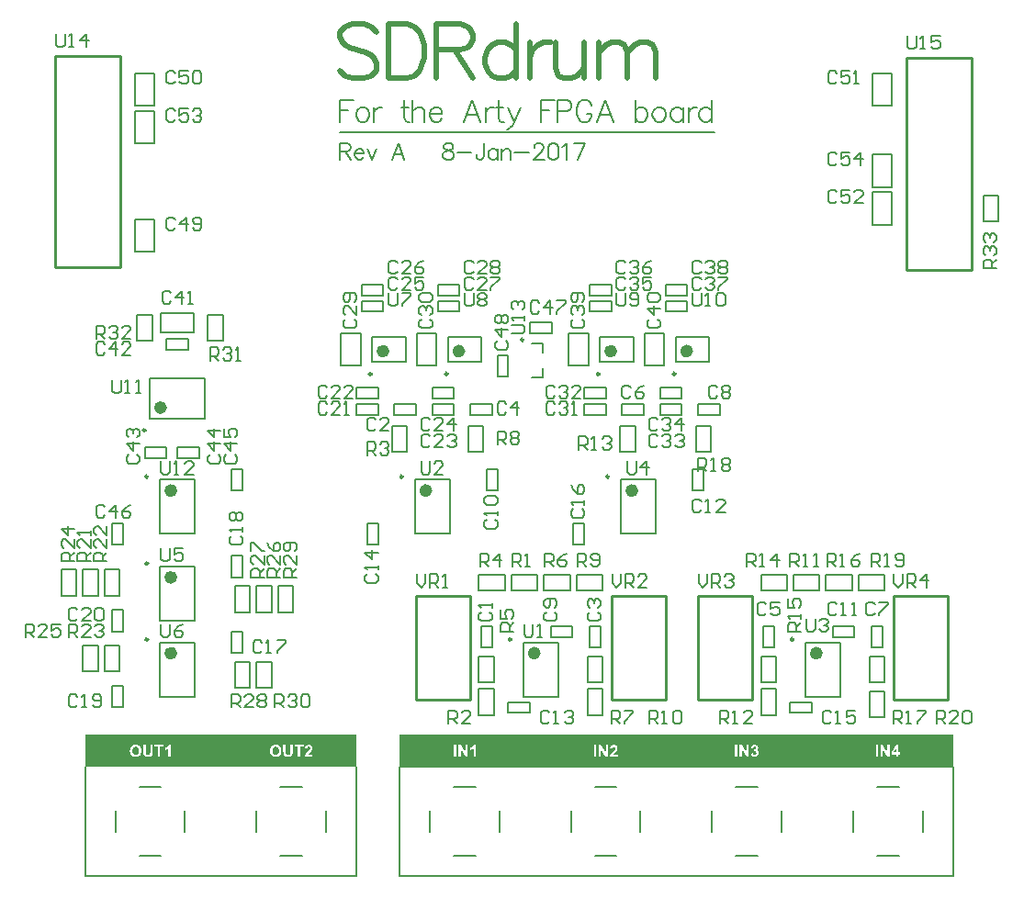
<source format=gto>
G04 Layer_Color=65535*
%FSLAX25Y25*%
%MOIN*%
G70*
G01*
G75*
%ADD21C,0.01968*%
%ADD22C,0.00984*%
%ADD45C,0.02362*%
%ADD46C,0.00787*%
%ADD47C,0.01000*%
G36*
X51181Y66929D02*
X74803D01*
Y66929D01*
X102362D01*
X102362Y55118D01*
X39370D01*
Y66929D01*
X51181D01*
Y66929D01*
D02*
G37*
G36*
X188976Y66929D02*
X216535D01*
Y66929D01*
X240158D01*
Y66929D01*
X267717D01*
Y66929D01*
X291339D01*
Y66929D01*
X318898D01*
Y66929D01*
X342520D01*
Y66929D01*
X354331D01*
Y55118D01*
X153543D01*
Y66929D01*
X165354D01*
Y66929D01*
X188976D01*
Y66929D01*
D02*
G37*
G36*
X137795Y55118D02*
X125984D01*
Y55118D01*
X102362D01*
Y66929D01*
X125984D01*
Y66929D01*
X137795D01*
Y55118D01*
D02*
G37*
%LPC*%
G36*
X70361Y63185D02*
X69689D01*
X69630Y63041D01*
X69551Y62911D01*
X69467Y62793D01*
X69382Y62695D01*
X69297Y62610D01*
X69232Y62552D01*
X69212Y62532D01*
X69192Y62512D01*
X69179Y62506D01*
X69173Y62499D01*
X69036Y62395D01*
X68905Y62317D01*
X68787Y62245D01*
X68683Y62192D01*
X68598Y62147D01*
X68533Y62121D01*
X68507Y62114D01*
X68487Y62108D01*
X68481Y62101D01*
X68474D01*
Y61357D01*
X68696Y61441D01*
X68898Y61540D01*
X69075Y61637D01*
X69160Y61690D01*
X69232Y61742D01*
X69303Y61788D01*
X69362Y61833D01*
X69414Y61873D01*
X69460Y61905D01*
X69493Y61938D01*
X69519Y61957D01*
X69532Y61971D01*
X69538Y61977D01*
Y58882D01*
X70361D01*
Y63185D01*
D02*
G37*
G36*
X67867Y63172D02*
X64478D01*
Y62447D01*
X65738D01*
Y58882D01*
X66606D01*
Y62447D01*
X67867D01*
Y63172D01*
D02*
G37*
G36*
X57732Y63244D02*
X57693D01*
X57504Y63237D01*
X57327Y63218D01*
X57171Y63185D01*
X57033Y63159D01*
X56975Y63139D01*
X56923Y63126D01*
X56877Y63107D01*
X56838Y63094D01*
X56805Y63087D01*
X56785Y63074D01*
X56772Y63068D01*
X56766D01*
X56655Y63015D01*
X56550Y62957D01*
X56459Y62891D01*
X56374Y62826D01*
X56309Y62774D01*
X56256Y62728D01*
X56224Y62695D01*
X56211Y62682D01*
X56126Y62584D01*
X56041Y62480D01*
X55976Y62382D01*
X55917Y62290D01*
X55871Y62212D01*
X55839Y62147D01*
X55819Y62108D01*
X55812Y62101D01*
Y62094D01*
X55747Y61918D01*
X55701Y61735D01*
X55669Y61553D01*
X55649Y61376D01*
X55636Y61298D01*
Y61226D01*
X55630Y61161D01*
X55623Y61102D01*
Y61056D01*
Y61024D01*
Y60997D01*
Y60991D01*
X55630Y60802D01*
X55649Y60625D01*
X55675Y60462D01*
X55708Y60305D01*
X55754Y60162D01*
X55799Y60031D01*
X55852Y59913D01*
X55904Y59803D01*
X55956Y59705D01*
X56008Y59620D01*
X56054Y59548D01*
X56100Y59489D01*
X56132Y59443D01*
X56159Y59411D01*
X56178Y59391D01*
X56185Y59385D01*
X56296Y59280D01*
X56413Y59195D01*
X56531Y59117D01*
X56661Y59052D01*
X56785Y58993D01*
X56909Y58947D01*
X57033Y58908D01*
X57151Y58875D01*
X57262Y58849D01*
X57367Y58836D01*
X57464Y58823D01*
X57543Y58810D01*
X57608D01*
X57660Y58803D01*
X57700D01*
X57876Y58810D01*
X58039Y58829D01*
X58189Y58856D01*
X58333Y58895D01*
X58470Y58941D01*
X58594Y58986D01*
X58705Y59039D01*
X58810Y59097D01*
X58901Y59149D01*
X58979Y59202D01*
X59051Y59247D01*
X59104Y59293D01*
X59149Y59332D01*
X59182Y59359D01*
X59202Y59378D01*
X59208Y59385D01*
X59306Y59502D01*
X59397Y59626D01*
X59469Y59757D01*
X59535Y59887D01*
X59593Y60024D01*
X59639Y60162D01*
X59678Y60292D01*
X59704Y60423D01*
X59730Y60540D01*
X59743Y60658D01*
X59756Y60756D01*
X59770Y60847D01*
Y60919D01*
X59776Y60971D01*
Y61004D01*
Y61017D01*
X59770Y61206D01*
X59750Y61389D01*
X59724Y61559D01*
X59685Y61716D01*
X59645Y61860D01*
X59600Y61990D01*
X59548Y62114D01*
X59495Y62225D01*
X59437Y62323D01*
X59391Y62408D01*
X59339Y62480D01*
X59299Y62539D01*
X59260Y62591D01*
X59234Y62624D01*
X59215Y62643D01*
X59208Y62650D01*
X59097Y62754D01*
X58979Y62845D01*
X58855Y62924D01*
X58731Y62996D01*
X58607Y63048D01*
X58477Y63100D01*
X58359Y63139D01*
X58235Y63172D01*
X58124Y63192D01*
X58020Y63211D01*
X57928Y63224D01*
X57850Y63237D01*
X57784D01*
X57732Y63244D01*
D02*
G37*
G36*
X63864Y63172D02*
X62995D01*
Y60789D01*
Y60697D01*
Y60612D01*
X62989Y60534D01*
Y60462D01*
X62982Y60331D01*
X62976Y60233D01*
X62969Y60155D01*
X62963Y60103D01*
X62956Y60070D01*
Y60057D01*
X62937Y59979D01*
X62904Y59907D01*
X62865Y59848D01*
X62826Y59796D01*
X62793Y59750D01*
X62760Y59718D01*
X62734Y59698D01*
X62728Y59692D01*
X62649Y59639D01*
X62564Y59607D01*
X62473Y59580D01*
X62388Y59561D01*
X62303Y59548D01*
X62238Y59541D01*
X62179D01*
X62055Y59548D01*
X61937Y59567D01*
X61840Y59593D01*
X61761Y59620D01*
X61696Y59646D01*
X61650Y59672D01*
X61624Y59692D01*
X61611Y59698D01*
X61539Y59763D01*
X61487Y59829D01*
X61441Y59900D01*
X61402Y59972D01*
X61383Y60031D01*
X61363Y60077D01*
X61350Y60109D01*
Y60123D01*
X61343Y60155D01*
Y60201D01*
X61337Y60305D01*
X61330Y60423D01*
Y60540D01*
X61324Y60658D01*
Y60710D01*
Y60749D01*
Y60789D01*
Y60815D01*
Y60834D01*
Y60841D01*
Y63172D01*
X60455D01*
Y60880D01*
Y60749D01*
X60462Y60625D01*
Y60508D01*
X60468Y60403D01*
X60475Y60305D01*
X60481Y60214D01*
X60488Y60136D01*
X60494Y60064D01*
X60501Y59998D01*
X60508Y59946D01*
X60514Y59894D01*
X60520Y59861D01*
X60527Y59829D01*
X60534Y59809D01*
Y59796D01*
Y59789D01*
X60560Y59698D01*
X60599Y59613D01*
X60638Y59528D01*
X60677Y59456D01*
X60716Y59398D01*
X60749Y59352D01*
X60769Y59326D01*
X60775Y59313D01*
X60854Y59234D01*
X60932Y59156D01*
X61017Y59097D01*
X61095Y59039D01*
X61167Y58999D01*
X61226Y58967D01*
X61265Y58947D01*
X61272Y58941D01*
X61278D01*
X61343Y58914D01*
X61409Y58895D01*
X61559Y58862D01*
X61709Y58836D01*
X61859Y58823D01*
X61996Y58810D01*
X62055D01*
X62107Y58803D01*
X62205D01*
X62388Y58810D01*
X62551Y58823D01*
X62688Y58843D01*
X62806Y58869D01*
X62904Y58888D01*
X62943Y58901D01*
X62969Y58908D01*
X62995Y58914D01*
X63015Y58921D01*
X63021Y58928D01*
X63028D01*
X63139Y58980D01*
X63237Y59039D01*
X63322Y59097D01*
X63400Y59156D01*
X63453Y59202D01*
X63498Y59241D01*
X63524Y59274D01*
X63531Y59280D01*
X63596Y59365D01*
X63655Y59456D01*
X63694Y59548D01*
X63733Y59633D01*
X63759Y59711D01*
X63779Y59770D01*
X63792Y59809D01*
Y59816D01*
Y59822D01*
X63805Y59887D01*
X63818Y59959D01*
X63825Y60044D01*
X63831Y60129D01*
X63844Y60305D01*
X63857Y60488D01*
Y60573D01*
Y60651D01*
X63864Y60723D01*
Y60789D01*
Y60841D01*
Y60880D01*
Y60906D01*
Y60913D01*
Y63172D01*
D02*
G37*
%LPD*%
G36*
X57797Y62499D02*
X57889Y62493D01*
X58059Y62447D01*
X58209Y62388D01*
X58326Y62323D01*
X58379Y62290D01*
X58424Y62258D01*
X58464Y62225D01*
X58496Y62199D01*
X58522Y62173D01*
X58542Y62153D01*
X58548Y62147D01*
X58555Y62140D01*
X58614Y62068D01*
X58666Y61990D01*
X58705Y61905D01*
X58744Y61814D01*
X58803Y61631D01*
X58842Y61455D01*
X58855Y61370D01*
X58862Y61291D01*
X58875Y61220D01*
Y61161D01*
X58881Y61108D01*
Y61069D01*
Y61043D01*
Y61037D01*
X58875Y60900D01*
X58868Y60776D01*
X58849Y60651D01*
X58829Y60547D01*
X58803Y60442D01*
X58777Y60351D01*
X58744Y60266D01*
X58718Y60194D01*
X58686Y60129D01*
X58653Y60070D01*
X58627Y60024D01*
X58601Y59985D01*
X58581Y59953D01*
X58561Y59933D01*
X58555Y59920D01*
X58548Y59913D01*
X58483Y59848D01*
X58418Y59789D01*
X58346Y59744D01*
X58274Y59698D01*
X58202Y59665D01*
X58131Y59633D01*
X58000Y59587D01*
X57882Y59561D01*
X57830Y59554D01*
X57784Y59548D01*
X57752Y59541D01*
X57700D01*
X57608Y59548D01*
X57517Y59554D01*
X57432Y59574D01*
X57347Y59600D01*
X57203Y59659D01*
X57079Y59731D01*
X56981Y59796D01*
X56942Y59829D01*
X56909Y59855D01*
X56883Y59881D01*
X56864Y59900D01*
X56857Y59907D01*
X56851Y59913D01*
X56792Y59985D01*
X56740Y60070D01*
X56694Y60155D01*
X56661Y60246D01*
X56596Y60429D01*
X56557Y60612D01*
X56544Y60697D01*
X56537Y60776D01*
X56531Y60841D01*
X56524Y60906D01*
X56518Y60952D01*
Y60991D01*
Y61017D01*
Y61024D01*
X56524Y61161D01*
X56531Y61285D01*
X56550Y61402D01*
X56570Y61513D01*
X56590Y61611D01*
X56622Y61703D01*
X56648Y61788D01*
X56681Y61860D01*
X56707Y61925D01*
X56740Y61977D01*
X56766Y62029D01*
X56785Y62068D01*
X56811Y62094D01*
X56824Y62114D01*
X56831Y62127D01*
X56838Y62134D01*
X56903Y62199D01*
X56968Y62258D01*
X57040Y62304D01*
X57112Y62349D01*
X57184Y62388D01*
X57256Y62414D01*
X57393Y62460D01*
X57510Y62486D01*
X57562Y62493D01*
X57608Y62499D01*
X57647Y62506D01*
X57700D01*
X57797Y62499D01*
D02*
G37*
%LPC*%
G36*
X174064Y63162D02*
X173195D01*
Y58872D01*
X174064D01*
Y63162D01*
D02*
G37*
G36*
X334565Y63175D02*
X333873D01*
X332011Y60446D01*
Y59734D01*
X333768D01*
Y58872D01*
X334565D01*
Y59734D01*
X335094D01*
Y60452D01*
X334565D01*
Y63175D01*
D02*
G37*
G36*
X181136Y63175D02*
X180463D01*
X180404Y63032D01*
X180326Y62901D01*
X180241Y62783D01*
X180156Y62686D01*
X180071Y62601D01*
X180006Y62542D01*
X179986Y62522D01*
X179967Y62503D01*
X179954Y62496D01*
X179947Y62490D01*
X179810Y62385D01*
X179679Y62307D01*
X179562Y62235D01*
X179457Y62183D01*
X179373Y62137D01*
X179307Y62111D01*
X179281Y62104D01*
X179262Y62098D01*
X179255Y62091D01*
X179248D01*
Y61347D01*
X179471Y61432D01*
X179673Y61530D01*
X179849Y61628D01*
X179934Y61680D01*
X180006Y61732D01*
X180078Y61778D01*
X180137Y61824D01*
X180189Y61863D01*
X180235Y61895D01*
X180267Y61928D01*
X180293Y61948D01*
X180306Y61961D01*
X180313Y61967D01*
Y58872D01*
X181136D01*
Y63175D01*
D02*
G37*
G36*
X224912Y63162D02*
X224043D01*
Y58872D01*
X224912D01*
Y63162D01*
D02*
G37*
G36*
X327192D02*
X326324D01*
Y58872D01*
X327192D01*
Y63162D01*
D02*
G37*
G36*
X231344Y63175D02*
X231181D01*
X231076Y63162D01*
X230893Y63130D01*
X230730Y63077D01*
X230658Y63051D01*
X230593Y63025D01*
X230527Y62999D01*
X230475Y62973D01*
X230430Y62947D01*
X230397Y62921D01*
X230364Y62901D01*
X230345Y62888D01*
X230332Y62881D01*
X230325Y62875D01*
X230260Y62816D01*
X230194Y62751D01*
X230142Y62679D01*
X230090Y62601D01*
X230012Y62437D01*
X229953Y62281D01*
X229927Y62202D01*
X229914Y62130D01*
X229894Y62072D01*
X229888Y62013D01*
X229874Y61967D01*
Y61935D01*
X229868Y61908D01*
Y61902D01*
X230684Y61823D01*
X230697Y61948D01*
X230717Y62059D01*
X230750Y62143D01*
X230776Y62215D01*
X230808Y62274D01*
X230828Y62307D01*
X230848Y62333D01*
X230854Y62339D01*
X230919Y62392D01*
X230985Y62431D01*
X231056Y62457D01*
X231122Y62476D01*
X231174Y62490D01*
X231226Y62496D01*
X231265D01*
X231357Y62490D01*
X231442Y62470D01*
X231514Y62450D01*
X231572Y62424D01*
X231618Y62392D01*
X231651Y62372D01*
X231670Y62353D01*
X231677Y62346D01*
X231729Y62287D01*
X231762Y62215D01*
X231788Y62143D01*
X231807Y62078D01*
X231820Y62019D01*
X231827Y61967D01*
Y61935D01*
Y61922D01*
X231820Y61830D01*
X231801Y61739D01*
X231775Y61654D01*
X231742Y61575D01*
X231709Y61510D01*
X231683Y61464D01*
X231664Y61432D01*
X231657Y61419D01*
X231631Y61379D01*
X231592Y61334D01*
X231546Y61288D01*
X231494Y61236D01*
X231383Y61118D01*
X231265Y61001D01*
X231154Y60896D01*
X231102Y60844D01*
X231063Y60805D01*
X231024Y60772D01*
X230998Y60739D01*
X230978Y60726D01*
X230972Y60720D01*
X230848Y60602D01*
X230730Y60491D01*
X230632Y60387D01*
X230534Y60289D01*
X230449Y60198D01*
X230377Y60113D01*
X230306Y60034D01*
X230247Y59962D01*
X230201Y59904D01*
X230155Y59845D01*
X230123Y59799D01*
X230090Y59760D01*
X230070Y59727D01*
X230057Y59708D01*
X230044Y59695D01*
Y59688D01*
X229966Y59545D01*
X229907Y59401D01*
X229855Y59264D01*
X229822Y59133D01*
X229796Y59029D01*
X229790Y58983D01*
X229783Y58944D01*
X229777Y58918D01*
X229770Y58892D01*
Y58878D01*
Y58872D01*
X232650D01*
Y59636D01*
X231011D01*
X231063Y59721D01*
X231122Y59786D01*
X231141Y59819D01*
X231161Y59838D01*
X231174Y59851D01*
X231181Y59858D01*
X231207Y59884D01*
X231233Y59910D01*
X231305Y59982D01*
X231383Y60060D01*
X231468Y60139D01*
X231546Y60217D01*
X231611Y60276D01*
X231631Y60302D01*
X231651Y60322D01*
X231664Y60328D01*
X231670Y60335D01*
X231807Y60459D01*
X231918Y60570D01*
X232016Y60668D01*
X232088Y60746D01*
X232147Y60805D01*
X232186Y60851D01*
X232206Y60877D01*
X232212Y60883D01*
X232291Y60988D01*
X232362Y61086D01*
X232421Y61177D01*
X232467Y61262D01*
X232500Y61327D01*
X232526Y61379D01*
X232539Y61412D01*
X232545Y61425D01*
X232578Y61523D01*
X232604Y61628D01*
X232624Y61719D01*
X232637Y61804D01*
X232643Y61876D01*
X232650Y61935D01*
Y61967D01*
Y61980D01*
X232643Y62072D01*
X232637Y62163D01*
X232591Y62326D01*
X232532Y62470D01*
X232467Y62594D01*
X232402Y62692D01*
X232369Y62738D01*
X232343Y62770D01*
X232317Y62796D01*
X232297Y62816D01*
X232291Y62823D01*
X232284Y62829D01*
X232212Y62888D01*
X232140Y62947D01*
X232055Y62992D01*
X231977Y63032D01*
X231807Y63090D01*
X231651Y63130D01*
X231572Y63149D01*
X231507Y63156D01*
X231442Y63162D01*
X231389Y63169D01*
X231344Y63175D01*
D02*
G37*
G36*
X280301Y63201D02*
X279498D01*
Y60322D01*
X277729Y63201D01*
X276893D01*
Y58911D01*
X277696D01*
Y61726D01*
X279433Y58911D01*
X280301D01*
Y63201D01*
D02*
G37*
G36*
X229143Y63162D02*
X228340D01*
Y60282D01*
X226570Y63162D01*
X225734D01*
Y58872D01*
X226538D01*
Y61686D01*
X228275Y58872D01*
X229143D01*
Y63162D01*
D02*
G37*
G36*
X178295Y63162D02*
X177492D01*
Y60282D01*
X175722Y63162D01*
X174886D01*
Y58872D01*
X175690D01*
Y61686D01*
X177427Y58872D01*
X178295D01*
Y63162D01*
D02*
G37*
G36*
X331424Y63162D02*
X330621D01*
Y60282D01*
X328851Y63162D01*
X328015D01*
Y58872D01*
X328818D01*
Y61686D01*
X330555Y58872D01*
X331424D01*
Y63162D01*
D02*
G37*
G36*
X276070Y63201D02*
X275202D01*
Y58911D01*
X276070D01*
Y63201D01*
D02*
G37*
G36*
X282443Y63214D02*
X282384D01*
X282254Y63208D01*
X282130Y63195D01*
X282025Y63169D01*
X281927Y63149D01*
X281849Y63123D01*
X281790Y63097D01*
X281751Y63084D01*
X281745Y63077D01*
X281738D01*
X281640Y63025D01*
X281549Y62966D01*
X281477Y62907D01*
X281412Y62849D01*
X281359Y62790D01*
X281327Y62751D01*
X281300Y62725D01*
X281294Y62712D01*
X281242Y62620D01*
X281189Y62516D01*
X281150Y62411D01*
X281118Y62313D01*
X281091Y62222D01*
X281072Y62150D01*
X281065Y62124D01*
Y62104D01*
X281059Y62091D01*
Y62085D01*
X281816Y61961D01*
X281829Y62059D01*
X281856Y62143D01*
X281882Y62215D01*
X281914Y62281D01*
X281947Y62326D01*
X281966Y62359D01*
X281986Y62379D01*
X281993Y62385D01*
X282051Y62437D01*
X282117Y62470D01*
X282175Y62496D01*
X282234Y62516D01*
X282287Y62529D01*
X282326Y62535D01*
X282358D01*
X282437Y62529D01*
X282508Y62516D01*
X282567Y62496D01*
X282620Y62470D01*
X282659Y62444D01*
X282685Y62424D01*
X282704Y62411D01*
X282711Y62405D01*
X282757Y62353D01*
X282789Y62294D01*
X282809Y62235D01*
X282828Y62183D01*
X282835Y62137D01*
X282842Y62098D01*
Y62065D01*
Y62059D01*
X282835Y61967D01*
X282815Y61889D01*
X282783Y61817D01*
X282750Y61758D01*
X282717Y61712D01*
X282685Y61673D01*
X282665Y61654D01*
X282659Y61647D01*
X282587Y61602D01*
X282502Y61562D01*
X282417Y61536D01*
X282339Y61523D01*
X282267Y61517D01*
X282202Y61510D01*
X282149D01*
X282058Y60844D01*
X282136Y60864D01*
X282208Y60883D01*
X282273Y60896D01*
X282326Y60903D01*
X282371Y60909D01*
X282430D01*
X282515Y60903D01*
X282593Y60883D01*
X282665Y60851D01*
X282724Y60818D01*
X282776Y60785D01*
X282809Y60753D01*
X282835Y60733D01*
X282842Y60726D01*
X282900Y60655D01*
X282940Y60570D01*
X282972Y60491D01*
X282992Y60413D01*
X283005Y60341D01*
X283011Y60282D01*
Y60243D01*
Y60237D01*
Y60230D01*
X283005Y60113D01*
X282985Y60008D01*
X282953Y59917D01*
X282926Y59838D01*
X282894Y59780D01*
X282861Y59741D01*
X282842Y59708D01*
X282835Y59701D01*
X282763Y59636D01*
X282691Y59590D01*
X282620Y59558D01*
X282554Y59538D01*
X282495Y59525D01*
X282450Y59512D01*
X282404D01*
X282319Y59518D01*
X282241Y59538D01*
X282175Y59564D01*
X282117Y59590D01*
X282065Y59616D01*
X282032Y59642D01*
X282006Y59662D01*
X281999Y59669D01*
X281940Y59734D01*
X281895Y59812D01*
X281862Y59891D01*
X281836Y59962D01*
X281816Y60034D01*
X281803Y60087D01*
X281797Y60126D01*
Y60132D01*
Y60139D01*
X281000Y60041D01*
X281013Y59943D01*
X281033Y59845D01*
X281091Y59675D01*
X281163Y59525D01*
X281242Y59401D01*
X281281Y59349D01*
X281313Y59303D01*
X281346Y59257D01*
X281379Y59225D01*
X281405Y59198D01*
X281424Y59179D01*
X281431Y59172D01*
X281438Y59166D01*
X281509Y59107D01*
X281588Y59055D01*
X281673Y59009D01*
X281751Y58976D01*
X281914Y58911D01*
X282071Y58872D01*
X282136Y58859D01*
X282202Y58852D01*
X282260Y58846D01*
X282313Y58839D01*
X282352Y58833D01*
X282411D01*
X282522Y58839D01*
X282633Y58852D01*
X282731Y58872D01*
X282828Y58898D01*
X282920Y58924D01*
X283005Y58957D01*
X283083Y58996D01*
X283155Y59035D01*
X283220Y59068D01*
X283273Y59107D01*
X283325Y59140D01*
X283364Y59172D01*
X283397Y59192D01*
X283416Y59211D01*
X283429Y59225D01*
X283436Y59231D01*
X283508Y59310D01*
X283573Y59388D01*
X283632Y59466D01*
X283677Y59551D01*
X283717Y59629D01*
X283749Y59708D01*
X283802Y59858D01*
X283821Y59930D01*
X283834Y59995D01*
X283841Y60047D01*
X283847Y60100D01*
X283854Y60139D01*
Y60165D01*
Y60185D01*
Y60191D01*
X283847Y60335D01*
X283821Y60459D01*
X283782Y60576D01*
X283743Y60674D01*
X283703Y60753D01*
X283664Y60811D01*
X283638Y60844D01*
X283632Y60857D01*
X283540Y60948D01*
X283449Y61027D01*
X283351Y61092D01*
X283253Y61138D01*
X283175Y61171D01*
X283103Y61197D01*
X283077Y61203D01*
X283064D01*
X283050Y61210D01*
X283044D01*
X283155Y61275D01*
X283246Y61347D01*
X283331Y61419D01*
X283403Y61497D01*
X283462Y61569D01*
X283514Y61647D01*
X283553Y61719D01*
X283586Y61791D01*
X283612Y61856D01*
X283632Y61915D01*
X283645Y61967D01*
X283658Y62019D01*
Y62059D01*
X283664Y62085D01*
Y62104D01*
Y62111D01*
Y62183D01*
X283651Y62255D01*
X283619Y62392D01*
X283566Y62509D01*
X283514Y62614D01*
X283455Y62705D01*
X283403Y62770D01*
X283383Y62790D01*
X283370Y62810D01*
X283364Y62816D01*
X283357Y62823D01*
X283286Y62894D01*
X283214Y62953D01*
X283129Y63006D01*
X283050Y63051D01*
X282972Y63090D01*
X282887Y63117D01*
X282737Y63169D01*
X282665Y63182D01*
X282593Y63195D01*
X282535Y63201D01*
X282482Y63208D01*
X282443Y63214D01*
D02*
G37*
%LPD*%
G36*
X333768Y60452D02*
X332775D01*
X333768Y61922D01*
Y60452D01*
D02*
G37*
%LPC*%
G36*
X108580Y63244D02*
X108541D01*
X108352Y63237D01*
X108175Y63218D01*
X108019Y63185D01*
X107882Y63159D01*
X107823Y63139D01*
X107771Y63126D01*
X107725Y63107D01*
X107686Y63094D01*
X107653Y63087D01*
X107633Y63074D01*
X107620Y63068D01*
X107614D01*
X107503Y63015D01*
X107398Y62957D01*
X107307Y62891D01*
X107222Y62826D01*
X107157Y62774D01*
X107105Y62728D01*
X107072Y62695D01*
X107059Y62682D01*
X106974Y62584D01*
X106889Y62480D01*
X106824Y62382D01*
X106765Y62290D01*
X106719Y62212D01*
X106687Y62147D01*
X106667Y62108D01*
X106660Y62101D01*
Y62094D01*
X106595Y61918D01*
X106550Y61735D01*
X106517Y61553D01*
X106497Y61376D01*
X106484Y61298D01*
Y61226D01*
X106478Y61161D01*
X106471Y61102D01*
Y61056D01*
Y61024D01*
Y60997D01*
Y60991D01*
X106478Y60802D01*
X106497Y60625D01*
X106523Y60462D01*
X106556Y60305D01*
X106602Y60162D01*
X106647Y60031D01*
X106700Y59913D01*
X106752Y59803D01*
X106804Y59705D01*
X106856Y59620D01*
X106902Y59548D01*
X106948Y59489D01*
X106980Y59443D01*
X107007Y59411D01*
X107026Y59391D01*
X107033Y59385D01*
X107144Y59280D01*
X107261Y59195D01*
X107379Y59117D01*
X107509Y59052D01*
X107633Y58993D01*
X107757Y58947D01*
X107882Y58908D01*
X107999Y58875D01*
X108110Y58849D01*
X108215Y58836D01*
X108313Y58823D01*
X108391Y58810D01*
X108456D01*
X108509Y58803D01*
X108548D01*
X108724Y58810D01*
X108887Y58829D01*
X109037Y58856D01*
X109181Y58895D01*
X109318Y58941D01*
X109442Y58986D01*
X109553Y59039D01*
X109658Y59097D01*
X109749Y59149D01*
X109827Y59202D01*
X109899Y59247D01*
X109952Y59293D01*
X109997Y59332D01*
X110030Y59359D01*
X110049Y59378D01*
X110056Y59385D01*
X110154Y59502D01*
X110246Y59626D01*
X110317Y59757D01*
X110383Y59887D01*
X110441Y60024D01*
X110487Y60162D01*
X110526Y60292D01*
X110552Y60423D01*
X110579Y60540D01*
X110591Y60658D01*
X110605Y60756D01*
X110618Y60847D01*
Y60919D01*
X110624Y60971D01*
Y61004D01*
Y61017D01*
X110618Y61206D01*
X110598Y61389D01*
X110572Y61559D01*
X110533Y61716D01*
X110494Y61860D01*
X110448Y61990D01*
X110396Y62114D01*
X110343Y62225D01*
X110285Y62323D01*
X110239Y62408D01*
X110187Y62480D01*
X110148Y62539D01*
X110108Y62591D01*
X110082Y62624D01*
X110063Y62643D01*
X110056Y62650D01*
X109945Y62754D01*
X109827Y62845D01*
X109704Y62924D01*
X109579Y62996D01*
X109455Y63048D01*
X109325Y63100D01*
X109207Y63139D01*
X109083Y63172D01*
X108972Y63192D01*
X108868Y63211D01*
X108776Y63224D01*
X108698Y63237D01*
X108633D01*
X108580Y63244D01*
D02*
G37*
G36*
X114712Y63172D02*
X113844D01*
Y60789D01*
Y60697D01*
Y60612D01*
X113837Y60534D01*
Y60462D01*
X113830Y60331D01*
X113824Y60233D01*
X113817Y60155D01*
X113811Y60103D01*
X113804Y60070D01*
Y60057D01*
X113785Y59979D01*
X113752Y59907D01*
X113713Y59848D01*
X113674Y59796D01*
X113641Y59750D01*
X113608Y59718D01*
X113582Y59698D01*
X113576Y59692D01*
X113497Y59639D01*
X113412Y59607D01*
X113321Y59580D01*
X113236Y59561D01*
X113151Y59548D01*
X113086Y59541D01*
X113027D01*
X112903Y59548D01*
X112786Y59567D01*
X112688Y59593D01*
X112609Y59620D01*
X112544Y59646D01*
X112498Y59672D01*
X112472Y59692D01*
X112459Y59698D01*
X112387Y59763D01*
X112335Y59829D01*
X112289Y59900D01*
X112250Y59972D01*
X112231Y60031D01*
X112211Y60077D01*
X112198Y60109D01*
Y60123D01*
X112191Y60155D01*
Y60201D01*
X112185Y60305D01*
X112178Y60423D01*
Y60540D01*
X112172Y60658D01*
Y60710D01*
Y60749D01*
Y60789D01*
Y60815D01*
Y60834D01*
Y60841D01*
Y63172D01*
X111303D01*
Y60880D01*
Y60749D01*
X111310Y60625D01*
Y60508D01*
X111316Y60403D01*
X111323Y60305D01*
X111329Y60214D01*
X111336Y60136D01*
X111343Y60064D01*
X111349Y59998D01*
X111355Y59946D01*
X111362Y59894D01*
X111369Y59861D01*
X111375Y59829D01*
X111382Y59809D01*
Y59796D01*
Y59789D01*
X111408Y59698D01*
X111447Y59613D01*
X111486Y59528D01*
X111525Y59456D01*
X111565Y59398D01*
X111597Y59352D01*
X111617Y59326D01*
X111623Y59313D01*
X111702Y59234D01*
X111780Y59156D01*
X111865Y59097D01*
X111943Y59039D01*
X112015Y58999D01*
X112074Y58967D01*
X112113Y58947D01*
X112120Y58941D01*
X112126D01*
X112191Y58914D01*
X112257Y58895D01*
X112407Y58862D01*
X112557Y58836D01*
X112707Y58823D01*
X112844Y58810D01*
X112903D01*
X112955Y58803D01*
X113053D01*
X113236Y58810D01*
X113399Y58823D01*
X113537Y58843D01*
X113654Y58869D01*
X113752Y58888D01*
X113791Y58901D01*
X113817Y58908D01*
X113844Y58914D01*
X113863Y58921D01*
X113870Y58928D01*
X113876D01*
X113987Y58980D01*
X114085Y59039D01*
X114170Y59097D01*
X114248Y59156D01*
X114301Y59202D01*
X114346Y59241D01*
X114372Y59274D01*
X114379Y59280D01*
X114444Y59365D01*
X114503Y59456D01*
X114542Y59548D01*
X114581Y59633D01*
X114608Y59711D01*
X114627Y59770D01*
X114640Y59809D01*
Y59816D01*
Y59822D01*
X114653Y59887D01*
X114666Y59959D01*
X114673Y60044D01*
X114679Y60129D01*
X114692Y60305D01*
X114705Y60488D01*
Y60573D01*
Y60651D01*
X114712Y60723D01*
Y60789D01*
Y60841D01*
Y60880D01*
Y60906D01*
Y60913D01*
Y63172D01*
D02*
G37*
G36*
X120569Y63185D02*
X120406D01*
X120302Y63172D01*
X120119Y63139D01*
X119956Y63087D01*
X119884Y63061D01*
X119818Y63035D01*
X119753Y63009D01*
X119701Y62983D01*
X119655Y62957D01*
X119623Y62930D01*
X119590Y62911D01*
X119570Y62898D01*
X119557Y62891D01*
X119551Y62885D01*
X119485Y62826D01*
X119420Y62761D01*
X119368Y62689D01*
X119316Y62610D01*
X119237Y62447D01*
X119178Y62290D01*
X119152Y62212D01*
X119139Y62140D01*
X119120Y62081D01*
X119113Y62023D01*
X119100Y61977D01*
Y61944D01*
X119094Y61918D01*
Y61912D01*
X119910Y61833D01*
X119923Y61957D01*
X119942Y62068D01*
X119975Y62153D01*
X120001Y62225D01*
X120034Y62284D01*
X120054Y62317D01*
X120073Y62343D01*
X120080Y62349D01*
X120145Y62401D01*
X120210Y62441D01*
X120282Y62467D01*
X120347Y62486D01*
X120400Y62499D01*
X120452Y62506D01*
X120491D01*
X120582Y62499D01*
X120667Y62480D01*
X120739Y62460D01*
X120798Y62434D01*
X120844Y62401D01*
X120876Y62382D01*
X120896Y62362D01*
X120902Y62356D01*
X120955Y62297D01*
X120987Y62225D01*
X121013Y62153D01*
X121033Y62088D01*
X121046Y62029D01*
X121053Y61977D01*
Y61944D01*
Y61931D01*
X121046Y61840D01*
X121027Y61748D01*
X121000Y61664D01*
X120968Y61585D01*
X120935Y61520D01*
X120909Y61474D01*
X120889Y61441D01*
X120883Y61428D01*
X120857Y61389D01*
X120817Y61344D01*
X120772Y61298D01*
X120720Y61246D01*
X120609Y61128D01*
X120491Y61011D01*
X120380Y60906D01*
X120328Y60854D01*
X120289Y60815D01*
X120249Y60782D01*
X120223Y60749D01*
X120204Y60736D01*
X120197Y60730D01*
X120073Y60612D01*
X119956Y60501D01*
X119858Y60397D01*
X119760Y60299D01*
X119675Y60207D01*
X119603Y60123D01*
X119531Y60044D01*
X119472Y59972D01*
X119427Y59913D01*
X119381Y59855D01*
X119348Y59809D01*
X119316Y59770D01*
X119296Y59737D01*
X119283Y59718D01*
X119270Y59705D01*
Y59698D01*
X119192Y59554D01*
X119133Y59411D01*
X119080Y59274D01*
X119048Y59143D01*
X119022Y59039D01*
X119015Y58993D01*
X119009Y58954D01*
X119002Y58928D01*
X118996Y58901D01*
Y58888D01*
Y58882D01*
X121875D01*
Y59646D01*
X120236D01*
X120289Y59731D01*
X120347Y59796D01*
X120367Y59829D01*
X120387Y59848D01*
X120400Y59861D01*
X120406Y59868D01*
X120432Y59894D01*
X120458Y59920D01*
X120530Y59992D01*
X120609Y60070D01*
X120694Y60149D01*
X120772Y60227D01*
X120837Y60286D01*
X120857Y60312D01*
X120876Y60331D01*
X120889Y60338D01*
X120896Y60344D01*
X121033Y60469D01*
X121144Y60580D01*
X121242Y60677D01*
X121314Y60756D01*
X121373Y60815D01*
X121412Y60860D01*
X121431Y60887D01*
X121438Y60893D01*
X121516Y60997D01*
X121588Y61095D01*
X121647Y61187D01*
X121693Y61272D01*
X121725Y61337D01*
X121751Y61389D01*
X121764Y61422D01*
X121771Y61435D01*
X121803Y61533D01*
X121830Y61637D01*
X121849Y61729D01*
X121862Y61814D01*
X121869Y61886D01*
X121875Y61944D01*
Y61977D01*
Y61990D01*
X121869Y62081D01*
X121862Y62173D01*
X121817Y62336D01*
X121758Y62480D01*
X121693Y62604D01*
X121627Y62702D01*
X121595Y62748D01*
X121569Y62780D01*
X121542Y62806D01*
X121523Y62826D01*
X121516Y62832D01*
X121510Y62839D01*
X121438Y62898D01*
X121366Y62957D01*
X121281Y63002D01*
X121203Y63041D01*
X121033Y63100D01*
X120876Y63139D01*
X120798Y63159D01*
X120733Y63165D01*
X120667Y63172D01*
X120615Y63178D01*
X120569Y63185D01*
D02*
G37*
G36*
X118715Y63172D02*
X115326D01*
Y62447D01*
X116586D01*
Y58882D01*
X117455D01*
Y62447D01*
X118715D01*
Y63172D01*
D02*
G37*
%LPD*%
G36*
X108646Y62499D02*
X108737Y62493D01*
X108907Y62447D01*
X109057Y62388D01*
X109175Y62323D01*
X109227Y62290D01*
X109273Y62258D01*
X109312Y62225D01*
X109344Y62199D01*
X109370Y62173D01*
X109390Y62153D01*
X109397Y62147D01*
X109403Y62140D01*
X109462Y62068D01*
X109514Y61990D01*
X109553Y61905D01*
X109592Y61814D01*
X109651Y61631D01*
X109690Y61455D01*
X109704Y61370D01*
X109710Y61291D01*
X109723Y61220D01*
Y61161D01*
X109730Y61108D01*
Y61069D01*
Y61043D01*
Y61037D01*
X109723Y60900D01*
X109716Y60776D01*
X109697Y60651D01*
X109677Y60547D01*
X109651Y60442D01*
X109625Y60351D01*
X109592Y60266D01*
X109566Y60194D01*
X109534Y60129D01*
X109501Y60070D01*
X109475Y60024D01*
X109449Y59985D01*
X109429Y59953D01*
X109410Y59933D01*
X109403Y59920D01*
X109397Y59913D01*
X109331Y59848D01*
X109266Y59789D01*
X109194Y59744D01*
X109122Y59698D01*
X109051Y59665D01*
X108979Y59633D01*
X108848Y59587D01*
X108730Y59561D01*
X108678Y59554D01*
X108633Y59548D01*
X108600Y59541D01*
X108548D01*
X108456Y59548D01*
X108365Y59554D01*
X108280Y59574D01*
X108195Y59600D01*
X108051Y59659D01*
X107927Y59731D01*
X107829Y59796D01*
X107790Y59829D01*
X107757Y59855D01*
X107731Y59881D01*
X107712Y59900D01*
X107705Y59907D01*
X107699Y59913D01*
X107640Y59985D01*
X107588Y60070D01*
X107542Y60155D01*
X107509Y60246D01*
X107444Y60429D01*
X107405Y60612D01*
X107392Y60697D01*
X107385Y60776D01*
X107379Y60841D01*
X107372Y60906D01*
X107366Y60952D01*
Y60991D01*
Y61017D01*
Y61024D01*
X107372Y61161D01*
X107379Y61285D01*
X107398Y61402D01*
X107418Y61513D01*
X107438Y61611D01*
X107470Y61703D01*
X107496Y61788D01*
X107529Y61860D01*
X107555Y61925D01*
X107588Y61977D01*
X107614Y62029D01*
X107633Y62068D01*
X107660Y62094D01*
X107673Y62114D01*
X107679Y62127D01*
X107686Y62134D01*
X107751Y62199D01*
X107816Y62258D01*
X107888Y62304D01*
X107960Y62349D01*
X108032Y62388D01*
X108104Y62414D01*
X108241Y62460D01*
X108358Y62486D01*
X108411Y62493D01*
X108456Y62499D01*
X108495Y62506D01*
X108548D01*
X108646Y62499D01*
D02*
G37*
D21*
X145010Y321987D02*
X143136Y323862D01*
X140324Y324799D01*
X136576D01*
X133764Y323862D01*
X131890Y321987D01*
Y320113D01*
X132827Y318239D01*
X133764Y317302D01*
X135638Y316364D01*
X141262Y314490D01*
X143136Y313553D01*
X144073Y312616D01*
X145010Y310741D01*
Y307930D01*
X143136Y306055D01*
X140324Y305118D01*
X136576D01*
X133764Y306055D01*
X131890Y307930D01*
X149415Y324799D02*
Y305118D01*
Y324799D02*
X155975D01*
X158787Y323862D01*
X160661Y321987D01*
X161598Y320113D01*
X162536Y317302D01*
Y312616D01*
X161598Y309804D01*
X160661Y307930D01*
X158787Y306055D01*
X155975Y305118D01*
X149415D01*
X166940Y324799D02*
Y305118D01*
Y324799D02*
X175375D01*
X178187Y323862D01*
X179124Y322925D01*
X180061Y321050D01*
Y319176D01*
X179124Y317302D01*
X178187Y316364D01*
X175375Y315427D01*
X166940D01*
X173501D02*
X180061Y305118D01*
X195712Y324799D02*
Y305118D01*
Y315427D02*
X193837Y317302D01*
X191963Y318239D01*
X189152D01*
X187277Y317302D01*
X185403Y315427D01*
X184466Y312616D01*
Y310741D01*
X185403Y307930D01*
X187277Y306055D01*
X189152Y305118D01*
X191963D01*
X193837Y306055D01*
X195712Y307930D01*
X200960Y318239D02*
Y305118D01*
Y312616D02*
X201897Y315427D01*
X203772Y317302D01*
X205646Y318239D01*
X208457D01*
X210238D02*
Y308867D01*
X211175Y306055D01*
X213050Y305118D01*
X215861D01*
X217736Y306055D01*
X220547Y308867D01*
Y318239D02*
Y305118D01*
X225702Y318239D02*
Y305118D01*
Y314490D02*
X228513Y317302D01*
X230388Y318239D01*
X233199D01*
X235073Y317302D01*
X236011Y314490D01*
Y305118D01*
Y314490D02*
X238822Y317302D01*
X240697Y318239D01*
X243508D01*
X245382Y317302D01*
X246320Y314490D01*
Y305118D01*
D22*
X143405Y197835D02*
G03*
X143405Y197835I-492J0D01*
G01*
X170965D02*
G03*
X170965Y197835I-492J0D01*
G01*
X226083D02*
G03*
X226083Y197835I-492J0D01*
G01*
X253642D02*
G03*
X253642Y197835I-492J0D01*
G01*
X62205Y101496D02*
G03*
X62205Y101496I-492J0D01*
G01*
Y129055D02*
G03*
X62205Y129055I-492J0D01*
G01*
X62205Y160551D02*
G03*
X62205Y160551I-492J0D01*
G01*
X61319Y177362D02*
G03*
X61319Y177362I-492J0D01*
G01*
X296457Y101496D02*
G03*
X296457Y101496I-492J0D01*
G01*
X198524Y210236D02*
G03*
X198524Y210236I-492J0D01*
G01*
X194095Y101496D02*
G03*
X194095Y101496I-492J0D01*
G01*
X154724Y160551D02*
G03*
X154724Y160551I-492J0D01*
G01*
X229528Y160551D02*
G03*
X229528Y160551I-492J0D01*
G01*
D45*
X148622Y206102D02*
G03*
X148622Y206102I-1181J0D01*
G01*
X176181D02*
G03*
X176181Y206102I-1181J0D01*
G01*
X231299D02*
G03*
X231299Y206102I-1181J0D01*
G01*
X258858D02*
G03*
X258858Y206102I-1181J0D01*
G01*
X71653Y96457D02*
G03*
X71653Y96457I-1181J0D01*
G01*
Y124016D02*
G03*
X71653Y124016I-1181J0D01*
G01*
X71653Y155512D02*
G03*
X71653Y155512I-1181J0D01*
G01*
X67913Y185630D02*
G03*
X67913Y185630I-1181J0D01*
G01*
X305906Y96457D02*
G03*
X305906Y96457I-1181J0D01*
G01*
X203543D02*
G03*
X203543Y96457I-1181J0D01*
G01*
X164173Y155512D02*
G03*
X164173Y155512I-1181J0D01*
G01*
X238976Y155512D02*
G03*
X238976Y155512I-1181J0D01*
G01*
D46*
X131890Y285433D02*
X267717D01*
X153543Y15748D02*
X354331D01*
X153543D02*
Y55118D01*
X354331D01*
Y15748D02*
Y55118D01*
X137795Y15748D02*
Y55118D01*
X39370Y15748D02*
Y55118D01*
Y15748D02*
X137795D01*
X308268Y119291D02*
X317717D01*
X308268D02*
Y124803D01*
X317717D01*
Y119291D02*
Y124803D01*
X217717Y119291D02*
X227165D01*
X217717D02*
Y124803D01*
X227165D01*
Y119291D02*
Y124803D01*
X205906Y119291D02*
X215354D01*
X205906D02*
Y124803D01*
X215354D01*
Y119291D02*
Y124803D01*
X182283D02*
X191732D01*
Y119291D02*
Y124803D01*
X182283Y119291D02*
X191732D01*
X182283D02*
Y124803D01*
X194095D02*
X203543D01*
Y119291D02*
Y124803D01*
X194095Y119291D02*
X203543D01*
X194095D02*
Y124803D01*
X200787Y212598D02*
X208661D01*
X200787D02*
Y216535D01*
X208661D01*
Y212598D02*
Y216535D01*
X66929Y212992D02*
X78740D01*
X66929Y220079D02*
X78740D01*
Y212992D02*
Y220079D01*
X66929Y212992D02*
Y220079D01*
X57480Y295276D02*
Y307087D01*
X64567Y295276D02*
Y307087D01*
X57480Y295276D02*
X64567D01*
X57480Y307087D02*
X64567D01*
X64567Y281496D02*
Y293307D01*
X57480Y281496D02*
Y293307D01*
X64567D01*
X57480Y281496D02*
X64567D01*
Y242126D02*
Y253937D01*
X57480Y242126D02*
Y253937D01*
X64567D01*
X57480Y242126D02*
X64567D01*
X325197Y307087D02*
X332283D01*
X325197Y295276D02*
X332283D01*
Y307087D01*
X325197Y295276D02*
Y307087D01*
X325197Y277559D02*
X332283D01*
X325197Y265748D02*
X332283D01*
Y277559D01*
X325197Y265748D02*
Y277559D01*
Y251969D02*
X332283D01*
X325197Y263779D02*
X332283D01*
X325197Y251969D02*
Y263779D01*
X332283Y251969D02*
Y263779D01*
X155709Y202165D02*
Y211221D01*
X143504Y202165D02*
Y211221D01*
X155709D01*
X143504Y202165D02*
X155709D01*
X139764Y226378D02*
X147638D01*
X139764D02*
Y230315D01*
X147638D01*
Y226378D02*
Y230315D01*
X183268Y202165D02*
Y211221D01*
X171063Y202165D02*
Y211221D01*
X183268D01*
X171063Y202165D02*
X183268D01*
X167323Y220472D02*
X175197D01*
X167323D02*
Y224410D01*
X175197D01*
Y220472D02*
Y224410D01*
X167323Y226378D02*
X175197D01*
X167323D02*
Y230315D01*
X175197D01*
Y226378D02*
Y230315D01*
X139764Y220472D02*
X147638D01*
X139764D02*
Y224410D01*
X147638D01*
Y220472D02*
Y224410D01*
X238386Y202165D02*
Y211221D01*
X226181Y202165D02*
Y211221D01*
X238386D01*
X226181Y202165D02*
X238386D01*
X222441Y220472D02*
X230315D01*
X222441D02*
Y224410D01*
X230315D01*
Y220472D02*
Y224410D01*
X222441Y226378D02*
X230315D01*
X222441D02*
Y230315D01*
X230315D01*
Y226378D02*
Y230315D01*
X265945Y202165D02*
Y211221D01*
X253740Y202165D02*
Y211221D01*
X265945D01*
X253740Y202165D02*
X265945D01*
X250000Y220472D02*
X257874D01*
X250000D02*
Y224410D01*
X257874D01*
Y220472D02*
Y224410D01*
X250000Y226378D02*
X257874D01*
X250000D02*
Y230315D01*
X257874D01*
Y226378D02*
Y230315D01*
X107087Y83858D02*
Y93307D01*
X101575Y83858D02*
X107087D01*
X101575D02*
Y93307D01*
X107087D01*
X93701Y83858D02*
Y93307D01*
X99213D01*
Y83858D02*
Y93307D01*
X93701Y83858D02*
X99213D01*
X92520Y96457D02*
Y104331D01*
X96457D01*
Y96457D02*
Y104331D01*
X92520Y96457D02*
X96457D01*
X53150Y76772D02*
Y84646D01*
X49213Y76772D02*
X53150D01*
X49213D02*
Y84646D01*
X53150D01*
X44094Y89764D02*
Y99213D01*
X38583Y89764D02*
X44094D01*
X38583D02*
Y99213D01*
X44094D01*
X46457Y89764D02*
Y99213D01*
X51968D01*
Y89764D02*
Y99213D01*
X46457Y89764D02*
X51968D01*
X53150Y104331D02*
Y112205D01*
X49213Y104331D02*
X53150D01*
X49213D02*
Y112205D01*
X53150D01*
X66535Y80709D02*
X79134D01*
X66535Y100394D02*
X79134D01*
Y80709D02*
Y100394D01*
X66535Y80709D02*
Y100394D01*
Y108268D02*
X79134D01*
X66535Y127953D02*
X79134D01*
Y108268D02*
Y127953D01*
X66535Y108268D02*
Y127953D01*
X66535Y139764D02*
X79134D01*
X66535Y159449D02*
X79134D01*
Y139764D02*
Y159449D01*
X66535Y139764D02*
Y159449D01*
X36220Y117323D02*
Y126772D01*
X30709Y117323D02*
X36220D01*
X30709D02*
Y126772D01*
X36220D01*
X38583Y117323D02*
Y126772D01*
X44094D01*
Y117323D02*
Y126772D01*
X38583Y117323D02*
X44094D01*
X46457D02*
Y126772D01*
X51968D01*
Y117323D02*
Y126772D01*
X46457Y117323D02*
X51968D01*
X92520Y124016D02*
Y131890D01*
X96457D01*
Y124016D02*
Y131890D01*
X92520Y124016D02*
X96457D01*
X114961Y111417D02*
Y120866D01*
X109449Y111417D02*
X114961D01*
X109449D02*
Y120866D01*
X114961D01*
X101575Y111417D02*
Y120866D01*
X107087D01*
Y111417D02*
Y120866D01*
X101575Y111417D02*
X107087D01*
X93701D02*
Y120866D01*
X99213D01*
Y111417D02*
Y120866D01*
X93701Y111417D02*
X99213D01*
X92520Y155512D02*
Y163386D01*
X96457D01*
Y155512D02*
Y163386D01*
X92520Y155512D02*
X96457D01*
X72835Y171260D02*
X80709D01*
Y167323D02*
Y171260D01*
X72835Y167323D02*
X80709D01*
X72835D02*
Y171260D01*
X61024Y167323D02*
X68898D01*
X61024D02*
Y171260D01*
X68898D01*
Y167323D02*
Y171260D01*
X89370Y209842D02*
Y219291D01*
X83858Y209842D02*
X89370D01*
X83858D02*
Y219291D01*
X89370D01*
X63779Y209842D02*
Y219291D01*
X58268Y209842D02*
X63779D01*
X58268D02*
Y219291D01*
X63779D01*
X62795Y181693D02*
X82874D01*
X62795Y196260D02*
X82874D01*
X62795Y181693D02*
Y196260D01*
X82874Y181693D02*
Y196260D01*
X68898Y210630D02*
X76772D01*
Y206693D02*
Y210630D01*
X68898Y206693D02*
X76772D01*
X68898D02*
Y210630D01*
X284646Y124803D02*
X294094D01*
Y119291D02*
Y124803D01*
X284646Y119291D02*
X294094D01*
X284646D02*
Y124803D01*
X320079Y119291D02*
X329528D01*
X320079D02*
Y124803D01*
X329528D01*
Y119291D02*
Y124803D01*
X296457D02*
X305906D01*
Y119291D02*
Y124803D01*
X296457Y119291D02*
X305906D01*
X296457D02*
Y124803D01*
X300787Y80709D02*
X313386D01*
X300787Y100394D02*
X313386D01*
Y80709D02*
Y100394D01*
X300787Y80709D02*
Y100394D01*
X284646Y85827D02*
Y95276D01*
X290158D01*
Y85827D02*
Y95276D01*
X284646Y85827D02*
X290158D01*
X53150Y135827D02*
Y143701D01*
X49213Y135827D02*
X53150D01*
X49213D02*
Y143701D01*
X53150D01*
X139370Y200787D02*
Y212598D01*
X132283Y200787D02*
Y212598D01*
X139370D01*
X132283Y200787D02*
X139370D01*
X166929Y200787D02*
Y212598D01*
X159843Y200787D02*
Y212598D01*
X166929D01*
X159843Y200787D02*
X166929D01*
X222047Y200787D02*
Y212598D01*
X214961Y200787D02*
Y212598D01*
X222047D01*
X214961Y200787D02*
X222047D01*
X249606D02*
Y212598D01*
X242520Y200787D02*
Y212598D01*
X249606D01*
X242520Y200787D02*
X249606D01*
X188976Y196850D02*
Y204724D01*
X192913D01*
Y196850D02*
Y204724D01*
X188976Y196850D02*
X192913D01*
X201575Y208858D02*
X205512D01*
Y205610D02*
Y208858D01*
X201575Y196653D02*
X205512D01*
Y199902D01*
X137795Y188976D02*
X145669D01*
X137795D02*
Y192913D01*
X145669D01*
Y188976D02*
Y192913D01*
X137795Y183071D02*
X145669D01*
X137795D02*
Y187008D01*
X145669D01*
Y183071D02*
Y187008D01*
X150787Y169587D02*
Y179035D01*
X156299D01*
Y169587D02*
Y179035D01*
X150787Y169587D02*
X156299D01*
X151575Y183071D02*
X159449D01*
X151575D02*
Y187008D01*
X159449D01*
Y183071D02*
Y187008D01*
X165354Y188976D02*
X173228D01*
X165354D02*
Y192913D01*
X173228D01*
Y188976D02*
Y192913D01*
X165354Y183071D02*
X173228D01*
X165354D02*
Y187008D01*
X173228D01*
Y183071D02*
Y187008D01*
X179134Y183071D02*
X187008D01*
X179134D02*
Y187008D01*
X187008D01*
Y183071D02*
Y187008D01*
X178347Y169587D02*
Y179035D01*
X183858D01*
Y169587D02*
Y179035D01*
X178347Y169587D02*
X183858D01*
X185039Y155512D02*
Y163386D01*
X188976D01*
Y155512D02*
Y163386D01*
X185039Y155512D02*
X188976D01*
X220472Y188976D02*
X228346D01*
X220472D02*
Y192913D01*
X228346D01*
Y188976D02*
Y192913D01*
X220472Y183071D02*
X228346D01*
X220472D02*
Y187008D01*
X228346D01*
Y183071D02*
Y187008D01*
X261024Y169587D02*
Y179035D01*
X266535D01*
Y169587D02*
Y179035D01*
X261024Y169587D02*
X266535D01*
X261811Y183071D02*
X269685D01*
X261811D02*
Y187008D01*
X269685D01*
Y183071D02*
Y187008D01*
X233465Y169587D02*
Y179035D01*
X238976D01*
Y169587D02*
Y179035D01*
X233465Y169587D02*
X238976D01*
X234252Y183071D02*
X242126D01*
X234252D02*
Y187008D01*
X242126D01*
Y183071D02*
Y187008D01*
X145669Y135827D02*
Y143701D01*
X141732Y135827D02*
X145669D01*
X141732D02*
Y143701D01*
X145669D01*
X220472Y135827D02*
Y143701D01*
X216535Y135827D02*
X220472D01*
X216535D02*
Y143701D01*
X220472D01*
X192913Y78740D02*
X200787D01*
Y74803D02*
Y78740D01*
X192913Y74803D02*
X200787D01*
X192913D02*
Y78740D01*
X295276D02*
X303150D01*
Y74803D02*
Y78740D01*
X295276Y74803D02*
X303150D01*
X295276D02*
Y78740D01*
X198425Y80709D02*
X211024D01*
X198425Y100394D02*
X211024D01*
Y80709D02*
Y100394D01*
X198425Y80709D02*
Y100394D01*
X183071Y98425D02*
Y106299D01*
X187008D01*
Y98425D02*
Y106299D01*
X183071Y98425D02*
X187008D01*
X187795Y74016D02*
Y83465D01*
X182283Y74016D02*
X187795D01*
X182283D02*
Y83465D01*
X187795D01*
X182283Y85827D02*
Y95276D01*
X187795D01*
Y85827D02*
Y95276D01*
X182283Y85827D02*
X187795D01*
X227165Y74016D02*
Y83465D01*
X221654Y74016D02*
X227165D01*
X221654D02*
Y83465D01*
X227165D01*
X222441Y98425D02*
Y106299D01*
X226378D01*
Y98425D02*
Y106299D01*
X222441Y98425D02*
X226378D01*
X208307Y102362D02*
X216181D01*
X208307D02*
Y106299D01*
X216181D01*
Y102362D02*
Y106299D01*
X221654Y85827D02*
Y95276D01*
X227165D01*
Y85827D02*
Y95276D01*
X221654Y85827D02*
X227165D01*
X285433Y98425D02*
Y106299D01*
X289370D01*
Y98425D02*
Y106299D01*
X285433Y98425D02*
X289370D01*
X290158Y74016D02*
Y83465D01*
X284646Y74016D02*
X290158D01*
X284646D02*
Y83465D01*
X290158D01*
X324016Y85827D02*
Y95276D01*
X329528D01*
Y85827D02*
Y95276D01*
X324016Y85827D02*
X329528D01*
Y73130D02*
Y82579D01*
X324016Y73130D02*
X329528D01*
X324016D02*
Y82579D01*
X329528D01*
X324803Y98425D02*
Y106299D01*
X328740D01*
Y98425D02*
Y106299D01*
X324803Y98425D02*
X328740D01*
X310669Y102362D02*
X318543D01*
X310669D02*
Y106299D01*
X318543D01*
Y102362D02*
Y106299D01*
X259842Y155512D02*
Y163386D01*
X263779D01*
Y155512D02*
Y163386D01*
X259842Y155512D02*
X263779D01*
X248031Y188976D02*
X255906D01*
X248031D02*
Y192913D01*
X255906D01*
Y188976D02*
Y192913D01*
X248031Y183071D02*
X255906D01*
X248031D02*
Y187008D01*
X255906D01*
Y183071D02*
Y187008D01*
X173228Y22835D02*
X181102D01*
X164567Y31496D02*
Y39370D01*
X173228Y48031D02*
X181102D01*
X189764Y31496D02*
Y39370D01*
X240945Y31496D02*
Y39370D01*
X224410Y48031D02*
X232283D01*
X215748Y31496D02*
Y39370D01*
X224410Y22835D02*
X232283D01*
X275591D02*
X283465D01*
X266929Y31496D02*
Y39370D01*
X275591Y48031D02*
X283465D01*
X292126Y31496D02*
Y39370D01*
X343307Y31496D02*
Y39370D01*
X326772Y48031D02*
X334646D01*
X318110Y31496D02*
Y39370D01*
X326772Y22835D02*
X334646D01*
X59055Y22835D02*
X66929D01*
X50394Y31496D02*
Y39370D01*
X59055Y48031D02*
X66929D01*
X75591Y31496D02*
Y39370D01*
X126772Y31496D02*
Y39370D01*
X110236Y48031D02*
X118110D01*
X101575Y31496D02*
Y39370D01*
X110236Y22835D02*
X118110D01*
X365354Y253150D02*
Y262598D01*
X370866D01*
Y253150D02*
Y262598D01*
X365354Y253150D02*
X370866D01*
X159055Y139764D02*
X171653D01*
X159055Y159449D02*
X171653D01*
Y139764D02*
Y159449D01*
X159055Y139764D02*
Y159449D01*
X233858Y139764D02*
X246457D01*
X233858Y159449D02*
X246457D01*
Y139764D02*
Y159449D01*
X233858Y139764D02*
Y159449D01*
X370079Y236221D02*
X365356D01*
Y238582D01*
X366143Y239369D01*
X367717D01*
X368504Y238582D01*
Y236221D01*
Y237795D02*
X370079Y239369D01*
X366143Y240943D02*
X365356Y241730D01*
Y243305D01*
X366143Y244092D01*
X366930D01*
X367717Y243305D01*
Y242518D01*
Y243305D01*
X368504Y244092D01*
X369292D01*
X370079Y243305D01*
Y241730D01*
X369292Y240943D01*
X366143Y245666D02*
X365356Y246453D01*
Y248028D01*
X366143Y248815D01*
X366930D01*
X367717Y248028D01*
Y247240D01*
Y248028D01*
X368504Y248815D01*
X369292D01*
X370079Y248028D01*
Y246453D01*
X369292Y245666D01*
X161417Y166140D02*
Y162205D01*
X162205Y161417D01*
X163779D01*
X164566Y162205D01*
Y166140D01*
X169289Y161417D02*
X166140D01*
X169289Y164566D01*
Y165353D01*
X168502Y166140D01*
X166927D01*
X166140Y165353D01*
X198819Y107085D02*
Y103149D01*
X199606Y102362D01*
X201180D01*
X201968Y103149D01*
Y107085D01*
X203542Y102362D02*
X205116D01*
X204329D01*
Y107085D01*
X203542Y106298D01*
X332950Y125130D02*
Y121981D01*
X334524Y120407D01*
X336098Y121981D01*
Y125130D01*
X337672Y120407D02*
Y125130D01*
X340034D01*
X340821Y124343D01*
Y122768D01*
X340034Y121981D01*
X337672D01*
X339247D02*
X340821Y120407D01*
X344757D02*
Y125130D01*
X342395Y122768D01*
X345544D01*
X262050Y125130D02*
Y121981D01*
X263624Y120407D01*
X265198Y121981D01*
Y125130D01*
X266773Y120407D02*
Y125130D01*
X269134D01*
X269921Y124343D01*
Y122768D01*
X269134Y121981D01*
X266773D01*
X268347D02*
X269921Y120407D01*
X271495Y124343D02*
X272283Y125130D01*
X273857D01*
X274644Y124343D01*
Y123556D01*
X273857Y122768D01*
X273070D01*
X273857D01*
X274644Y121981D01*
Y121194D01*
X273857Y120407D01*
X272283D01*
X271495Y121194D01*
X230650Y125130D02*
Y121981D01*
X232224Y120407D01*
X233798Y121981D01*
Y125130D01*
X235372Y120407D02*
Y125130D01*
X237734D01*
X238521Y124343D01*
Y122768D01*
X237734Y121981D01*
X235372D01*
X236947D02*
X238521Y120407D01*
X243244D02*
X240095D01*
X243244Y123556D01*
Y124343D01*
X242457Y125130D01*
X240882D01*
X240095Y124343D01*
X159750Y125130D02*
Y121981D01*
X161324Y120407D01*
X162898Y121981D01*
Y125130D01*
X164472Y120407D02*
Y125130D01*
X166834D01*
X167621Y124343D01*
Y122768D01*
X166834Y121981D01*
X164472D01*
X166047D02*
X167621Y120407D01*
X169195D02*
X170770D01*
X169983D01*
Y125130D01*
X169195Y124343D01*
X194096Y212598D02*
X198032D01*
X198819Y213386D01*
Y214960D01*
X198032Y215747D01*
X194096D01*
X198819Y217321D02*
Y218896D01*
Y218109D01*
X194096D01*
X194883Y217321D01*
Y221257D02*
X194096Y222044D01*
Y223619D01*
X194883Y224406D01*
X195670D01*
X196458Y223619D01*
Y222831D01*
Y223619D01*
X197245Y224406D01*
X198032D01*
X198819Y223619D01*
Y222044D01*
X198032Y221257D01*
X28850Y321330D02*
Y317394D01*
X29637Y316607D01*
X31211D01*
X31998Y317394D01*
Y321330D01*
X33573Y316607D02*
X35147D01*
X34360D01*
Y321330D01*
X33573Y320543D01*
X39870Y316607D02*
Y321330D01*
X37508Y318969D01*
X40657D01*
X66929Y166140D02*
Y162205D01*
X67716Y161417D01*
X69291D01*
X70078Y162205D01*
Y166140D01*
X71652Y161417D02*
X73226D01*
X72439D01*
Y166140D01*
X71652Y165353D01*
X78736Y161417D02*
X75588D01*
X78736Y164566D01*
Y165353D01*
X77949Y166140D01*
X76375D01*
X75588Y165353D01*
X49213Y195668D02*
Y191732D01*
X50000Y190945D01*
X51574D01*
X52361Y191732D01*
Y195668D01*
X53935Y190945D02*
X55510D01*
X54723D01*
Y195668D01*
X53935Y194881D01*
X57871Y190945D02*
X59446D01*
X58658D01*
Y195668D01*
X57871Y194881D01*
X236221Y166140D02*
Y162205D01*
X237008Y161417D01*
X238582D01*
X239369Y162205D01*
Y166140D01*
X243305Y161417D02*
Y166140D01*
X240943Y163779D01*
X244092D01*
X301181Y109054D02*
Y105118D01*
X301968Y104331D01*
X303542D01*
X304330Y105118D01*
Y109054D01*
X305904Y108266D02*
X306691Y109054D01*
X308265D01*
X309053Y108266D01*
Y107479D01*
X308265Y106692D01*
X307478D01*
X308265D01*
X309053Y105905D01*
Y105118D01*
X308265Y104331D01*
X306691D01*
X305904Y105118D01*
X66929Y107085D02*
Y103149D01*
X67716Y102362D01*
X69291D01*
X70078Y103149D01*
Y107085D01*
X74801D02*
X73226Y106298D01*
X71652Y104724D01*
Y103149D01*
X72439Y102362D01*
X74014D01*
X74801Y103149D01*
Y103937D01*
X74014Y104724D01*
X71652D01*
X66929Y134644D02*
Y130708D01*
X67716Y129921D01*
X69291D01*
X70078Y130708D01*
Y134644D01*
X74801D02*
X71652D01*
Y132283D01*
X73226Y133070D01*
X74014D01*
X74801Y132283D01*
Y130708D01*
X74014Y129921D01*
X72439D01*
X71652Y130708D01*
X43307Y210630D02*
Y215353D01*
X45669D01*
X46456Y214566D01*
Y212991D01*
X45669Y212204D01*
X43307D01*
X44881D02*
X46456Y210630D01*
X48030Y214566D02*
X48817Y215353D01*
X50391D01*
X51179Y214566D01*
Y213778D01*
X50391Y212991D01*
X49604D01*
X50391D01*
X51179Y212204D01*
Y211417D01*
X50391Y210630D01*
X48817D01*
X48030Y211417D01*
X55901Y210630D02*
X52753D01*
X55901Y213778D01*
Y214566D01*
X55114Y215353D01*
X53540D01*
X52753Y214566D01*
X84646Y202756D02*
Y207479D01*
X87007D01*
X87794Y206692D01*
Y205117D01*
X87007Y204330D01*
X84646D01*
X86220D02*
X87794Y202756D01*
X89369Y206692D02*
X90156Y207479D01*
X91730D01*
X92517Y206692D01*
Y205905D01*
X91730Y205117D01*
X90943D01*
X91730D01*
X92517Y204330D01*
Y203543D01*
X91730Y202756D01*
X90156D01*
X89369Y203543D01*
X94091Y202756D02*
X95666D01*
X94879D01*
Y207479D01*
X94091Y206692D01*
X108268Y76772D02*
Y81494D01*
X110629D01*
X111416Y80707D01*
Y79133D01*
X110629Y78346D01*
X108268D01*
X109842D02*
X111416Y76772D01*
X112991Y80707D02*
X113778Y81494D01*
X115352D01*
X116139Y80707D01*
Y79920D01*
X115352Y79133D01*
X114565D01*
X115352D01*
X116139Y78346D01*
Y77559D01*
X115352Y76772D01*
X113778D01*
X112991Y77559D01*
X117713Y80707D02*
X118501Y81494D01*
X120075D01*
X120862Y80707D01*
Y77559D01*
X120075Y76772D01*
X118501D01*
X117713Y77559D01*
Y80707D01*
X116142Y124016D02*
X111419D01*
Y126377D01*
X112206Y127164D01*
X113780D01*
X114567Y126377D01*
Y124016D01*
Y125590D02*
X116142Y127164D01*
Y131887D02*
Y128739D01*
X112993Y131887D01*
X112206D01*
X111419Y131100D01*
Y129526D01*
X112206Y128739D01*
X115355Y133461D02*
X116142Y134249D01*
Y135823D01*
X115355Y136610D01*
X112206D01*
X111419Y135823D01*
Y134249D01*
X112206Y133461D01*
X112993D01*
X113780Y134249D01*
Y136610D01*
X92520Y76772D02*
Y81494D01*
X94881D01*
X95668Y80707D01*
Y79133D01*
X94881Y78346D01*
X92520D01*
X94094D02*
X95668Y76772D01*
X100391D02*
X97243D01*
X100391Y79920D01*
Y80707D01*
X99604Y81494D01*
X98030D01*
X97243Y80707D01*
X101965D02*
X102753Y81494D01*
X104327D01*
X105114Y80707D01*
Y79920D01*
X104327Y79133D01*
X105114Y78346D01*
Y77559D01*
X104327Y76772D01*
X102753D01*
X101965Y77559D01*
Y78346D01*
X102753Y79133D01*
X101965Y79920D01*
Y80707D01*
X102753Y79133D02*
X104327D01*
X104331Y124016D02*
X99608D01*
Y126377D01*
X100395Y127164D01*
X101969D01*
X102756Y126377D01*
Y124016D01*
Y125590D02*
X104331Y127164D01*
Y131887D02*
Y128739D01*
X101182Y131887D01*
X100395D01*
X99608Y131100D01*
Y129526D01*
X100395Y128739D01*
X99608Y133461D02*
Y136610D01*
X100395D01*
X103544Y133461D01*
X104331D01*
X110236Y124016D02*
X105513D01*
Y126377D01*
X106300Y127164D01*
X107875D01*
X108662Y126377D01*
Y124016D01*
Y125590D02*
X110236Y127164D01*
Y131887D02*
Y128739D01*
X107088Y131887D01*
X106300D01*
X105513Y131100D01*
Y129526D01*
X106300Y128739D01*
X105513Y136610D02*
X106300Y135036D01*
X107875Y133461D01*
X109449D01*
X110236Y134249D01*
Y135823D01*
X109449Y136610D01*
X108662D01*
X107875Y135823D01*
Y133461D01*
X17717Y102362D02*
Y107085D01*
X20078D01*
X20865Y106298D01*
Y104724D01*
X20078Y103937D01*
X17717D01*
X19291D02*
X20865Y102362D01*
X25588D02*
X22439D01*
X25588Y105511D01*
Y106298D01*
X24801Y107085D01*
X23227D01*
X22439Y106298D01*
X30311Y107085D02*
X27162D01*
Y104724D01*
X28737Y105511D01*
X29524D01*
X30311Y104724D01*
Y103149D01*
X29524Y102362D01*
X27950D01*
X27162Y103149D01*
X35433Y129921D02*
X30710D01*
Y132283D01*
X31497Y133070D01*
X33072D01*
X33859Y132283D01*
Y129921D01*
Y131496D02*
X35433Y133070D01*
Y137793D02*
Y134644D01*
X32285Y137793D01*
X31497D01*
X30710Y137006D01*
Y135431D01*
X31497Y134644D01*
X35433Y141728D02*
X30710D01*
X33072Y139367D01*
Y142516D01*
X33465Y102362D02*
Y107085D01*
X35826D01*
X36613Y106298D01*
Y104724D01*
X35826Y103937D01*
X33465D01*
X35039D02*
X36613Y102362D01*
X41336D02*
X38188D01*
X41336Y105511D01*
Y106298D01*
X40549Y107085D01*
X38975D01*
X38188Y106298D01*
X42910D02*
X43698Y107085D01*
X45272D01*
X46059Y106298D01*
Y105511D01*
X45272Y104724D01*
X44485D01*
X45272D01*
X46059Y103937D01*
Y103149D01*
X45272Y102362D01*
X43698D01*
X42910Y103149D01*
X47244Y129921D02*
X42521D01*
Y132283D01*
X43308Y133070D01*
X44883D01*
X45670Y132283D01*
Y129921D01*
Y131496D02*
X47244Y133070D01*
Y137793D02*
Y134644D01*
X44096Y137793D01*
X43308D01*
X42521Y137006D01*
Y135431D01*
X43308Y134644D01*
X47244Y142516D02*
Y139367D01*
X44096Y142516D01*
X43308D01*
X42521Y141728D01*
Y140154D01*
X43308Y139367D01*
X41339Y129921D02*
X36616D01*
Y132283D01*
X37403Y133070D01*
X38977D01*
X39764Y132283D01*
Y129921D01*
Y131496D02*
X41339Y133070D01*
Y137793D02*
Y134644D01*
X38190Y137793D01*
X37403D01*
X36616Y137006D01*
Y135431D01*
X37403Y134644D01*
X41339Y139367D02*
Y140941D01*
Y140154D01*
X36616D01*
X37403Y139367D01*
X348425Y70866D02*
Y75589D01*
X350787D01*
X351574Y74802D01*
Y73228D01*
X350787Y72440D01*
X348425D01*
X349999D02*
X351574Y70866D01*
X356297D02*
X353148D01*
X356297Y74015D01*
Y74802D01*
X355509Y75589D01*
X353935D01*
X353148Y74802D01*
X357871D02*
X358658Y75589D01*
X360232D01*
X361019Y74802D01*
Y71653D01*
X360232Y70866D01*
X358658D01*
X357871Y71653D01*
Y74802D01*
X324803Y127953D02*
Y132676D01*
X327165D01*
X327952Y131888D01*
Y130314D01*
X327165Y129527D01*
X324803D01*
X326377D02*
X327952Y127953D01*
X329526D02*
X331100D01*
X330313D01*
Y132676D01*
X329526Y131888D01*
X333462Y128740D02*
X334249Y127953D01*
X335823D01*
X336610Y128740D01*
Y131888D01*
X335823Y132676D01*
X334249D01*
X333462Y131888D01*
Y131101D01*
X334249Y130314D01*
X336610D01*
X261811Y162500D02*
Y167223D01*
X264173D01*
X264960Y166436D01*
Y164862D01*
X264173Y164074D01*
X261811D01*
X263385D02*
X264960Y162500D01*
X266534D02*
X268108D01*
X267321D01*
Y167223D01*
X266534Y166436D01*
X270470D02*
X271257Y167223D01*
X272831D01*
X273618Y166436D01*
Y165649D01*
X272831Y164862D01*
X273618Y164074D01*
Y163287D01*
X272831Y162500D01*
X271257D01*
X270470Y163287D01*
Y164074D01*
X271257Y164862D01*
X270470Y165649D01*
Y166436D01*
X271257Y164862D02*
X272831D01*
X332677Y70866D02*
Y75589D01*
X335039D01*
X335826Y74802D01*
Y73228D01*
X335039Y72440D01*
X332677D01*
X334251D02*
X335826Y70866D01*
X337400D02*
X338974D01*
X338187D01*
Y75589D01*
X337400Y74802D01*
X341336Y75589D02*
X344484D01*
Y74802D01*
X341336Y71653D01*
Y70866D01*
X308650Y128007D02*
Y132730D01*
X311011D01*
X311798Y131943D01*
Y130368D01*
X311011Y129581D01*
X308650D01*
X310224D02*
X311798Y128007D01*
X313372D02*
X314947D01*
X314160D01*
Y132730D01*
X313372Y131943D01*
X320457Y132730D02*
X318882Y131943D01*
X317308Y130368D01*
Y128794D01*
X318095Y128007D01*
X319670D01*
X320457Y128794D01*
Y129581D01*
X319670Y130368D01*
X317308D01*
X299213Y104331D02*
X294490D01*
Y106692D01*
X295277Y107479D01*
X296851D01*
X297638Y106692D01*
Y104331D01*
Y105905D02*
X299213Y107479D01*
Y109054D02*
Y110628D01*
Y109841D01*
X294490D01*
X295277Y109054D01*
X294490Y116138D02*
Y112989D01*
X296851D01*
X296064Y114564D01*
Y115351D01*
X296851Y116138D01*
X298426D01*
X299213Y115351D01*
Y113777D01*
X298426Y112989D01*
X279528Y127953D02*
Y132676D01*
X281889D01*
X282676Y131888D01*
Y130314D01*
X281889Y129527D01*
X279528D01*
X281102D02*
X282676Y127953D01*
X284250D02*
X285825D01*
X285038D01*
Y132676D01*
X284250Y131888D01*
X290548Y127953D02*
Y132676D01*
X288186Y130314D01*
X291335D01*
X218504Y170374D02*
Y175097D01*
X220865D01*
X221653Y174310D01*
Y172736D01*
X220865Y171948D01*
X218504D01*
X220078D02*
X221653Y170374D01*
X223227D02*
X224801D01*
X224014D01*
Y175097D01*
X223227Y174310D01*
X227163D02*
X227950Y175097D01*
X229524D01*
X230311Y174310D01*
Y173523D01*
X229524Y172736D01*
X228737D01*
X229524D01*
X230311Y171948D01*
Y171161D01*
X229524Y170374D01*
X227950D01*
X227163Y171161D01*
X269685Y70866D02*
Y75589D01*
X272046D01*
X272834Y74802D01*
Y73228D01*
X272046Y72440D01*
X269685D01*
X271259D02*
X272834Y70866D01*
X274408D02*
X275982D01*
X275195D01*
Y75589D01*
X274408Y74802D01*
X281492Y70866D02*
X278344D01*
X281492Y74015D01*
Y74802D01*
X280705Y75589D01*
X279131D01*
X278344Y74802D01*
X295276Y127953D02*
Y132676D01*
X297637D01*
X298424Y131888D01*
Y130314D01*
X297637Y129527D01*
X295276D01*
X296850D02*
X298424Y127953D01*
X299998D02*
X301573D01*
X300786D01*
Y132676D01*
X299998Y131888D01*
X303934Y127953D02*
X305508D01*
X304721D01*
Y132676D01*
X303934Y131888D01*
X244094Y70866D02*
Y75589D01*
X246456D01*
X247243Y74802D01*
Y73228D01*
X246456Y72440D01*
X244094D01*
X245669D02*
X247243Y70866D01*
X248817D02*
X250392D01*
X249605D01*
Y75589D01*
X248817Y74802D01*
X252753D02*
X253540Y75589D01*
X255115D01*
X255902Y74802D01*
Y71653D01*
X255115Y70866D01*
X253540D01*
X252753Y71653D01*
Y74802D01*
X218150Y128007D02*
Y132730D01*
X220511D01*
X221298Y131943D01*
Y130368D01*
X220511Y129581D01*
X218150D01*
X219724D02*
X221298Y128007D01*
X222872Y128794D02*
X223660Y128007D01*
X225234D01*
X226021Y128794D01*
Y131943D01*
X225234Y132730D01*
X223660D01*
X222872Y131943D01*
Y131156D01*
X223660Y130368D01*
X226021D01*
X188976Y172343D02*
Y177065D01*
X191338D01*
X192125Y176278D01*
Y174704D01*
X191338Y173917D01*
X188976D01*
X190551D02*
X192125Y172343D01*
X193699Y176278D02*
X194486Y177065D01*
X196061D01*
X196848Y176278D01*
Y175491D01*
X196061Y174704D01*
X196848Y173917D01*
Y173130D01*
X196061Y172343D01*
X194486D01*
X193699Y173130D01*
Y173917D01*
X194486Y174704D01*
X193699Y175491D01*
Y176278D01*
X194486Y174704D02*
X196061D01*
X230315Y70866D02*
Y75589D01*
X232676D01*
X233464Y74802D01*
Y73228D01*
X232676Y72440D01*
X230315D01*
X231889D02*
X233464Y70866D01*
X235038Y75589D02*
X238186D01*
Y74802D01*
X235038Y71653D01*
Y70866D01*
X206250Y128007D02*
Y132730D01*
X208611D01*
X209398Y131943D01*
Y130368D01*
X208611Y129581D01*
X206250D01*
X207824D02*
X209398Y128007D01*
X214121Y132730D02*
X212547Y131943D01*
X210972Y130368D01*
Y128794D01*
X211760Y128007D01*
X213334D01*
X214121Y128794D01*
Y129581D01*
X213334Y130368D01*
X210972D01*
X194882Y104331D02*
X190159D01*
Y106692D01*
X190946Y107479D01*
X192520D01*
X193308Y106692D01*
Y104331D01*
Y105905D02*
X194882Y107479D01*
X190159Y112202D02*
Y109054D01*
X192520D01*
X191733Y110628D01*
Y111415D01*
X192520Y112202D01*
X194095D01*
X194882Y111415D01*
Y109841D01*
X194095Y109054D01*
X182650Y128007D02*
Y132730D01*
X185011D01*
X185798Y131943D01*
Y130368D01*
X185011Y129581D01*
X182650D01*
X184224D02*
X185798Y128007D01*
X189734D02*
Y132730D01*
X187373Y130368D01*
X190521D01*
X141732Y168405D02*
Y173128D01*
X144094D01*
X144881Y172341D01*
Y170767D01*
X144094Y169980D01*
X141732D01*
X143307D02*
X144881Y168405D01*
X146455Y172341D02*
X147242Y173128D01*
X148817D01*
X149604Y172341D01*
Y171554D01*
X148817Y170767D01*
X148029D01*
X148817D01*
X149604Y169980D01*
Y169193D01*
X148817Y168405D01*
X147242D01*
X146455Y169193D01*
X171260Y70866D02*
Y75589D01*
X173621D01*
X174408Y74802D01*
Y73228D01*
X173621Y72440D01*
X171260D01*
X172834D02*
X174408Y70866D01*
X179131D02*
X175983D01*
X179131Y74015D01*
Y74802D01*
X178344Y75589D01*
X176770D01*
X175983Y74802D01*
X194450Y128007D02*
Y132730D01*
X196811D01*
X197598Y131943D01*
Y130368D01*
X196811Y129581D01*
X194450D01*
X196024D02*
X197598Y128007D01*
X199172D02*
X200747D01*
X199960D01*
Y132730D01*
X199172Y131943D01*
X259842Y227164D02*
Y223228D01*
X260630Y222441D01*
X262204D01*
X262991Y223228D01*
Y227164D01*
X264565Y222441D02*
X266140D01*
X265353D01*
Y227164D01*
X264565Y226377D01*
X268501D02*
X269288Y227164D01*
X270863D01*
X271650Y226377D01*
Y223228D01*
X270863Y222441D01*
X269288D01*
X268501Y223228D01*
Y226377D01*
X232283Y227164D02*
Y223228D01*
X233071Y222441D01*
X234645D01*
X235432Y223228D01*
Y227164D01*
X237006Y223228D02*
X237793Y222441D01*
X239368D01*
X240155Y223228D01*
Y226377D01*
X239368Y227164D01*
X237793D01*
X237006Y226377D01*
Y225589D01*
X237793Y224802D01*
X240155D01*
X177165Y227164D02*
Y223228D01*
X177953Y222441D01*
X179527D01*
X180314Y223228D01*
Y227164D01*
X181888Y226377D02*
X182675Y227164D01*
X184250D01*
X185037Y226377D01*
Y225589D01*
X184250Y224802D01*
X185037Y224015D01*
Y223228D01*
X184250Y222441D01*
X182675D01*
X181888Y223228D01*
Y224015D01*
X182675Y224802D01*
X181888Y225589D01*
Y226377D01*
X182675Y224802D02*
X184250D01*
X149606Y227164D02*
Y223228D01*
X150393Y222441D01*
X151968D01*
X152755Y223228D01*
Y227164D01*
X154329D02*
X157478D01*
Y226377D01*
X154329Y223228D01*
Y222441D01*
X188978Y209841D02*
X188190Y209054D01*
Y207480D01*
X188978Y206693D01*
X192126D01*
X192913Y207480D01*
Y209054D01*
X192126Y209841D01*
X192913Y213777D02*
X188190D01*
X190552Y211416D01*
Y214564D01*
X188978Y216139D02*
X188190Y216926D01*
Y218500D01*
X188978Y219287D01*
X189765D01*
X190552Y218500D01*
X191339Y219287D01*
X192126D01*
X192913Y218500D01*
Y216926D01*
X192126Y216139D01*
X191339D01*
X190552Y216926D01*
X189765Y216139D01*
X188978D01*
X190552Y216926D02*
Y218500D01*
X204298Y223643D02*
X203511Y224430D01*
X201937D01*
X201150Y223643D01*
Y220494D01*
X201937Y219707D01*
X203511D01*
X204298Y220494D01*
X208234Y219707D02*
Y224430D01*
X205873Y222069D01*
X209021D01*
X210595Y224430D02*
X213744D01*
Y223643D01*
X210595Y220494D01*
Y219707D01*
X72046Y293306D02*
X71259Y294093D01*
X69685D01*
X68898Y293306D01*
Y290157D01*
X69685Y289370D01*
X71259D01*
X72046Y290157D01*
X76769Y294093D02*
X73620D01*
Y291732D01*
X75195Y292519D01*
X75982D01*
X76769Y291732D01*
Y290157D01*
X75982Y289370D01*
X74408D01*
X73620Y290157D01*
X78343Y293306D02*
X79131Y294093D01*
X80705D01*
X81492Y293306D01*
Y292519D01*
X80705Y291732D01*
X79918D01*
X80705D01*
X81492Y290944D01*
Y290157D01*
X80705Y289370D01*
X79131D01*
X78343Y290157D01*
X72046Y307085D02*
X71259Y307873D01*
X69685D01*
X68898Y307085D01*
Y303937D01*
X69685Y303150D01*
X71259D01*
X72046Y303937D01*
X76769Y307873D02*
X73620D01*
Y305511D01*
X75195Y306298D01*
X75982D01*
X76769Y305511D01*
Y303937D01*
X75982Y303150D01*
X74408D01*
X73620Y303937D01*
X78343Y307085D02*
X79131Y307873D01*
X80705D01*
X81492Y307085D01*
Y303937D01*
X80705Y303150D01*
X79131D01*
X78343Y303937D01*
Y307085D01*
X72046Y253936D02*
X71259Y254723D01*
X69685D01*
X68898Y253936D01*
Y250787D01*
X69685Y250000D01*
X71259D01*
X72046Y250787D01*
X75982Y250000D02*
Y254723D01*
X73620Y252361D01*
X76769D01*
X78343Y250787D02*
X79131Y250000D01*
X80705D01*
X81492Y250787D01*
Y253936D01*
X80705Y254723D01*
X79131D01*
X78343Y253936D01*
Y253149D01*
X79131Y252361D01*
X81492D01*
X46456Y149605D02*
X45669Y150392D01*
X44094D01*
X43307Y149605D01*
Y146456D01*
X44094Y145669D01*
X45669D01*
X46456Y146456D01*
X50391Y145669D02*
Y150392D01*
X48030Y148031D01*
X51179D01*
X55901Y150392D02*
X54327Y149605D01*
X52753Y148031D01*
Y146456D01*
X53540Y145669D01*
X55114D01*
X55901Y146456D01*
Y147244D01*
X55114Y148031D01*
X52753D01*
X90552Y168503D02*
X89765Y167716D01*
Y166141D01*
X90552Y165354D01*
X93701D01*
X94488Y166141D01*
Y167716D01*
X93701Y168503D01*
X94488Y172439D02*
X89765D01*
X92127Y170077D01*
Y173226D01*
X89765Y177949D02*
Y174800D01*
X92127D01*
X91340Y176374D01*
Y177162D01*
X92127Y177949D01*
X93701D01*
X94488Y177162D01*
Y175587D01*
X93701Y174800D01*
X84647Y168503D02*
X83860Y167716D01*
Y166141D01*
X84647Y165354D01*
X87796D01*
X88583Y166141D01*
Y167716D01*
X87796Y168503D01*
X88583Y172439D02*
X83860D01*
X86221Y170077D01*
Y173226D01*
X88583Y177162D02*
X83860D01*
X86221Y174800D01*
Y177949D01*
X55119Y168503D02*
X54332Y167716D01*
Y166141D01*
X55119Y165354D01*
X58268D01*
X59055Y166141D01*
Y167716D01*
X58268Y168503D01*
X59055Y172439D02*
X54332D01*
X56694Y170077D01*
Y173226D01*
X55119Y174800D02*
X54332Y175587D01*
Y177162D01*
X55119Y177949D01*
X55906D01*
X56694Y177162D01*
Y176374D01*
Y177162D01*
X57481Y177949D01*
X58268D01*
X59055Y177162D01*
Y175587D01*
X58268Y174800D01*
X46456Y208660D02*
X45669Y209447D01*
X44094D01*
X43307Y208660D01*
Y205512D01*
X44094Y204724D01*
X45669D01*
X46456Y205512D01*
X50391Y204724D02*
Y209447D01*
X48030Y207086D01*
X51179D01*
X55901Y204724D02*
X52753D01*
X55901Y207873D01*
Y208660D01*
X55114Y209447D01*
X53540D01*
X52753Y208660D01*
X70498Y227243D02*
X69711Y228030D01*
X68137D01*
X67350Y227243D01*
Y224094D01*
X68137Y223307D01*
X69711D01*
X70498Y224094D01*
X74434Y223307D02*
Y228030D01*
X72072Y225669D01*
X75221D01*
X76795Y223307D02*
X78370D01*
X77583D01*
Y228030D01*
X76795Y227243D01*
X244096Y217716D02*
X243309Y216928D01*
Y215354D01*
X244096Y214567D01*
X247244D01*
X248031Y215354D01*
Y216928D01*
X247244Y217716D01*
X248031Y221651D02*
X243309D01*
X245670Y219290D01*
Y222438D01*
X244096Y224013D02*
X243309Y224800D01*
Y226374D01*
X244096Y227161D01*
X247244D01*
X248031Y226374D01*
Y224800D01*
X247244Y224013D01*
X244096D01*
X216537Y217716D02*
X215750Y216928D01*
Y215354D01*
X216537Y214567D01*
X219685D01*
X220472Y215354D01*
Y216928D01*
X219685Y217716D01*
X216537Y219290D02*
X215750Y220077D01*
Y221651D01*
X216537Y222438D01*
X217324D01*
X218111Y221651D01*
Y220864D01*
Y221651D01*
X218898Y222438D01*
X219685D01*
X220472Y221651D01*
Y220077D01*
X219685Y219290D01*
Y224013D02*
X220472Y224800D01*
Y226374D01*
X219685Y227161D01*
X216537D01*
X215750Y226374D01*
Y224800D01*
X216537Y224013D01*
X217324D01*
X218111Y224800D01*
Y227161D01*
X262991Y238188D02*
X262204Y238975D01*
X260630D01*
X259842Y238188D01*
Y235039D01*
X260630Y234252D01*
X262204D01*
X262991Y235039D01*
X264565Y238188D02*
X265353Y238975D01*
X266927D01*
X267714Y238188D01*
Y237401D01*
X266927Y236613D01*
X266140D01*
X266927D01*
X267714Y235826D01*
Y235039D01*
X266927Y234252D01*
X265353D01*
X264565Y235039D01*
X269288Y238188D02*
X270075Y238975D01*
X271650D01*
X272437Y238188D01*
Y237401D01*
X271650Y236613D01*
X272437Y235826D01*
Y235039D01*
X271650Y234252D01*
X270075D01*
X269288Y235039D01*
Y235826D01*
X270075Y236613D01*
X269288Y237401D01*
Y238188D01*
X270075Y236613D02*
X271650D01*
X262991Y232282D02*
X262204Y233069D01*
X260630D01*
X259842Y232282D01*
Y229134D01*
X260630Y228346D01*
X262204D01*
X262991Y229134D01*
X264565Y232282D02*
X265353Y233069D01*
X266927D01*
X267714Y232282D01*
Y231495D01*
X266927Y230708D01*
X266140D01*
X266927D01*
X267714Y229921D01*
Y229134D01*
X266927Y228346D01*
X265353D01*
X264565Y229134D01*
X269288Y233069D02*
X272437D01*
Y232282D01*
X269288Y229134D01*
Y228346D01*
X235432Y238188D02*
X234645Y238975D01*
X233071D01*
X232283Y238188D01*
Y235039D01*
X233071Y234252D01*
X234645D01*
X235432Y235039D01*
X237006Y238188D02*
X237793Y238975D01*
X239368D01*
X240155Y238188D01*
Y237401D01*
X239368Y236613D01*
X238581D01*
X239368D01*
X240155Y235826D01*
Y235039D01*
X239368Y234252D01*
X237793D01*
X237006Y235039D01*
X244878Y238975D02*
X243303Y238188D01*
X241729Y236613D01*
Y235039D01*
X242516Y234252D01*
X244091D01*
X244878Y235039D01*
Y235826D01*
X244091Y236613D01*
X241729D01*
X235432Y232282D02*
X234645Y233069D01*
X233071D01*
X232283Y232282D01*
Y229134D01*
X233071Y228346D01*
X234645D01*
X235432Y229134D01*
X237006Y232282D02*
X237793Y233069D01*
X239368D01*
X240155Y232282D01*
Y231495D01*
X239368Y230708D01*
X238581D01*
X239368D01*
X240155Y229921D01*
Y229134D01*
X239368Y228346D01*
X237793D01*
X237006Y229134D01*
X244878Y233069D02*
X241729D01*
Y230708D01*
X243303Y231495D01*
X244091D01*
X244878Y230708D01*
Y229134D01*
X244091Y228346D01*
X242516D01*
X241729Y229134D01*
X247243Y181101D02*
X246456Y181888D01*
X244882D01*
X244094Y181101D01*
Y177953D01*
X244882Y177165D01*
X246456D01*
X247243Y177953D01*
X248817Y181101D02*
X249605Y181888D01*
X251179D01*
X251966Y181101D01*
Y180314D01*
X251179Y179527D01*
X250392D01*
X251179D01*
X251966Y178740D01*
Y177953D01*
X251179Y177165D01*
X249605D01*
X248817Y177953D01*
X255902Y177165D02*
Y181888D01*
X253540Y179527D01*
X256689D01*
X247243Y175196D02*
X246456Y175983D01*
X244882D01*
X244094Y175196D01*
Y172047D01*
X244882Y171260D01*
X246456D01*
X247243Y172047D01*
X248817Y175196D02*
X249605Y175983D01*
X251179D01*
X251966Y175196D01*
Y174408D01*
X251179Y173621D01*
X250392D01*
X251179D01*
X251966Y172834D01*
Y172047D01*
X251179Y171260D01*
X249605D01*
X248817Y172047D01*
X253540Y175196D02*
X254327Y175983D01*
X255902D01*
X256689Y175196D01*
Y174408D01*
X255902Y173621D01*
X255115D01*
X255902D01*
X256689Y172834D01*
Y172047D01*
X255902Y171260D01*
X254327D01*
X253540Y172047D01*
X209841Y192912D02*
X209054Y193699D01*
X207480D01*
X206693Y192912D01*
Y189763D01*
X207480Y188976D01*
X209054D01*
X209841Y189763D01*
X211416Y192912D02*
X212203Y193699D01*
X213777D01*
X214564Y192912D01*
Y192125D01*
X213777Y191338D01*
X212990D01*
X213777D01*
X214564Y190551D01*
Y189763D01*
X213777Y188976D01*
X212203D01*
X211416Y189763D01*
X219287Y188976D02*
X216139D01*
X219287Y192125D01*
Y192912D01*
X218500Y193699D01*
X216926D01*
X216139Y192912D01*
X209841Y187007D02*
X209054Y187794D01*
X207480D01*
X206693Y187007D01*
Y183858D01*
X207480Y183071D01*
X209054D01*
X209841Y183858D01*
X211416Y187007D02*
X212203Y187794D01*
X213777D01*
X214564Y187007D01*
Y186220D01*
X213777Y185432D01*
X212990D01*
X213777D01*
X214564Y184645D01*
Y183858D01*
X213777Y183071D01*
X212203D01*
X211416Y183858D01*
X216139Y183071D02*
X217713D01*
X216926D01*
Y187794D01*
X216139Y187007D01*
X161419Y217716D02*
X160631Y216928D01*
Y215354D01*
X161419Y214567D01*
X164567D01*
X165354Y215354D01*
Y216928D01*
X164567Y217716D01*
X161419Y219290D02*
X160631Y220077D01*
Y221651D01*
X161419Y222438D01*
X162206D01*
X162993Y221651D01*
Y220864D01*
Y221651D01*
X163780Y222438D01*
X164567D01*
X165354Y221651D01*
Y220077D01*
X164567Y219290D01*
X161419Y224013D02*
X160631Y224800D01*
Y226374D01*
X161419Y227161D01*
X164567D01*
X165354Y226374D01*
Y224800D01*
X164567Y224013D01*
X161419D01*
X133860Y217716D02*
X133072Y216928D01*
Y215354D01*
X133860Y214567D01*
X137008D01*
X137795Y215354D01*
Y216928D01*
X137008Y217716D01*
X137795Y222438D02*
Y219290D01*
X134647Y222438D01*
X133860D01*
X133072Y221651D01*
Y220077D01*
X133860Y219290D01*
X137008Y224013D02*
X137795Y224800D01*
Y226374D01*
X137008Y227161D01*
X133860D01*
X133072Y226374D01*
Y224800D01*
X133860Y224013D01*
X134647D01*
X135434Y224800D01*
Y227161D01*
X180314Y238188D02*
X179527Y238975D01*
X177953D01*
X177165Y238188D01*
Y235039D01*
X177953Y234252D01*
X179527D01*
X180314Y235039D01*
X185037Y234252D02*
X181888D01*
X185037Y237401D01*
Y238188D01*
X184250Y238975D01*
X182675D01*
X181888Y238188D01*
X186611D02*
X187398Y238975D01*
X188973D01*
X189760Y238188D01*
Y237401D01*
X188973Y236613D01*
X189760Y235826D01*
Y235039D01*
X188973Y234252D01*
X187398D01*
X186611Y235039D01*
Y235826D01*
X187398Y236613D01*
X186611Y237401D01*
Y238188D01*
X187398Y236613D02*
X188973D01*
X180314Y232282D02*
X179527Y233069D01*
X177953D01*
X177165Y232282D01*
Y229134D01*
X177953Y228346D01*
X179527D01*
X180314Y229134D01*
X185037Y228346D02*
X181888D01*
X185037Y231495D01*
Y232282D01*
X184250Y233069D01*
X182675D01*
X181888Y232282D01*
X186611Y233069D02*
X189760D01*
Y232282D01*
X186611Y229134D01*
Y228346D01*
X152755Y238188D02*
X151968Y238975D01*
X150393D01*
X149606Y238188D01*
Y235039D01*
X150393Y234252D01*
X151968D01*
X152755Y235039D01*
X157478Y234252D02*
X154329D01*
X157478Y237401D01*
Y238188D01*
X156691Y238975D01*
X155116D01*
X154329Y238188D01*
X162201Y238975D02*
X160626Y238188D01*
X159052Y236613D01*
Y235039D01*
X159839Y234252D01*
X161414D01*
X162201Y235039D01*
Y235826D01*
X161414Y236613D01*
X159052D01*
X152755Y232282D02*
X151968Y233069D01*
X150393D01*
X149606Y232282D01*
Y229134D01*
X150393Y228346D01*
X151968D01*
X152755Y229134D01*
X157478Y228346D02*
X154329D01*
X157478Y231495D01*
Y232282D01*
X156691Y233069D01*
X155116D01*
X154329Y232282D01*
X162201Y233069D02*
X159052D01*
Y230708D01*
X160626Y231495D01*
X161414D01*
X162201Y230708D01*
Y229134D01*
X161414Y228346D01*
X159839D01*
X159052Y229134D01*
X164566Y181101D02*
X163779Y181888D01*
X162205D01*
X161417Y181101D01*
Y177953D01*
X162205Y177165D01*
X163779D01*
X164566Y177953D01*
X169289Y177165D02*
X166140D01*
X169289Y180314D01*
Y181101D01*
X168502Y181888D01*
X166927D01*
X166140Y181101D01*
X173224Y177165D02*
Y181888D01*
X170863Y179527D01*
X174012D01*
X164566Y175196D02*
X163779Y175983D01*
X162205D01*
X161417Y175196D01*
Y172047D01*
X162205Y171260D01*
X163779D01*
X164566Y172047D01*
X169289Y171260D02*
X166140D01*
X169289Y174408D01*
Y175196D01*
X168502Y175983D01*
X166927D01*
X166140Y175196D01*
X170863D02*
X171650Y175983D01*
X173224D01*
X174012Y175196D01*
Y174408D01*
X173224Y173621D01*
X172437D01*
X173224D01*
X174012Y172834D01*
Y172047D01*
X173224Y171260D01*
X171650D01*
X170863Y172047D01*
X127164Y192912D02*
X126377Y193699D01*
X124803D01*
X124016Y192912D01*
Y189763D01*
X124803Y188976D01*
X126377D01*
X127164Y189763D01*
X131887Y188976D02*
X128739D01*
X131887Y192125D01*
Y192912D01*
X131100Y193699D01*
X129526D01*
X128739Y192912D01*
X136610Y188976D02*
X133461D01*
X136610Y192125D01*
Y192912D01*
X135823Y193699D01*
X134249D01*
X133461Y192912D01*
X127164Y187007D02*
X126377Y187794D01*
X124803D01*
X124016Y187007D01*
Y183858D01*
X124803Y183071D01*
X126377D01*
X127164Y183858D01*
X131887Y183071D02*
X128739D01*
X131887Y186220D01*
Y187007D01*
X131100Y187794D01*
X129526D01*
X128739Y187007D01*
X133461Y183071D02*
X135036D01*
X134249D01*
Y187794D01*
X133461Y187007D01*
X36613Y112204D02*
X35826Y112991D01*
X34252D01*
X33465Y112204D01*
Y109055D01*
X34252Y108268D01*
X35826D01*
X36613Y109055D01*
X41336Y108268D02*
X38188D01*
X41336Y111416D01*
Y112204D01*
X40549Y112991D01*
X38975D01*
X38188Y112204D01*
X42910D02*
X43698Y112991D01*
X45272D01*
X46059Y112204D01*
Y109055D01*
X45272Y108268D01*
X43698D01*
X42910Y109055D01*
Y112204D01*
X36613Y80707D02*
X35826Y81494D01*
X34252D01*
X33465Y80707D01*
Y77559D01*
X34252Y76772D01*
X35826D01*
X36613Y77559D01*
X38188Y76772D02*
X39762D01*
X38975D01*
Y81494D01*
X38188Y80707D01*
X42123Y77559D02*
X42910Y76772D01*
X44485D01*
X45272Y77559D01*
Y80707D01*
X44485Y81494D01*
X42910D01*
X42123Y80707D01*
Y79920D01*
X42910Y79133D01*
X45272D01*
X92521Y138975D02*
X91734Y138188D01*
Y136614D01*
X92521Y135827D01*
X95670D01*
X96457Y136614D01*
Y138188D01*
X95670Y138975D01*
X96457Y140550D02*
Y142124D01*
Y141337D01*
X91734D01*
X92521Y140550D01*
Y144485D02*
X91734Y145273D01*
Y146847D01*
X92521Y147634D01*
X93308D01*
X94095Y146847D01*
X94882Y147634D01*
X95670D01*
X96457Y146847D01*
Y145273D01*
X95670Y144485D01*
X94882D01*
X94095Y145273D01*
X93308Y144485D01*
X92521D01*
X94095Y145273D02*
Y146847D01*
X103542Y100392D02*
X102755Y101180D01*
X101181D01*
X100394Y100392D01*
Y97244D01*
X101181Y96457D01*
X102755D01*
X103542Y97244D01*
X105117Y96457D02*
X106691D01*
X105904D01*
Y101180D01*
X105117Y100392D01*
X109052Y101180D02*
X112201D01*
Y100392D01*
X109052Y97244D01*
Y96457D01*
X216537Y148818D02*
X215750Y148031D01*
Y146456D01*
X216537Y145669D01*
X219685D01*
X220472Y146456D01*
Y148031D01*
X219685Y148818D01*
X220472Y150392D02*
Y151967D01*
Y151179D01*
X215750D01*
X216537Y150392D01*
X215750Y157476D02*
X216537Y155902D01*
X218111Y154328D01*
X219685D01*
X220472Y155115D01*
Y156689D01*
X219685Y157476D01*
X218898D01*
X218111Y156689D01*
Y154328D01*
X310235Y74802D02*
X309448Y75589D01*
X307874D01*
X307087Y74802D01*
Y71653D01*
X307874Y70866D01*
X309448D01*
X310235Y71653D01*
X311809Y70866D02*
X313384D01*
X312597D01*
Y75589D01*
X311809Y74802D01*
X318894Y75589D02*
X315745D01*
Y73228D01*
X317319Y74015D01*
X318107D01*
X318894Y73228D01*
Y71653D01*
X318107Y70866D01*
X316532D01*
X315745Y71653D01*
X141734Y125196D02*
X140946Y124409D01*
Y122834D01*
X141734Y122047D01*
X144882D01*
X145669Y122834D01*
Y124409D01*
X144882Y125196D01*
X145669Y126770D02*
Y128344D01*
Y127557D01*
X140946D01*
X141734Y126770D01*
X145669Y133067D02*
X140946D01*
X143308Y130706D01*
Y133854D01*
X207873Y74802D02*
X207086Y75589D01*
X205512D01*
X204724Y74802D01*
Y71653D01*
X205512Y70866D01*
X207086D01*
X207873Y71653D01*
X209447Y70866D02*
X211022D01*
X210234D01*
Y75589D01*
X209447Y74802D01*
X213383D02*
X214170Y75589D01*
X215744D01*
X216532Y74802D01*
Y74015D01*
X215744Y73228D01*
X214957D01*
X215744D01*
X216532Y72440D01*
Y71653D01*
X215744Y70866D01*
X214170D01*
X213383Y71653D01*
X262991Y151574D02*
X262204Y152361D01*
X260630D01*
X259842Y151574D01*
Y148425D01*
X260630Y147638D01*
X262204D01*
X262991Y148425D01*
X264565Y147638D02*
X266140D01*
X265353D01*
Y152361D01*
X264565Y151574D01*
X271650Y147638D02*
X268501D01*
X271650Y150786D01*
Y151574D01*
X270863Y152361D01*
X269288D01*
X268501Y151574D01*
X312204Y114172D02*
X311417Y114959D01*
X309842D01*
X309055Y114172D01*
Y111023D01*
X309842Y110236D01*
X311417D01*
X312204Y111023D01*
X313778Y110236D02*
X315352D01*
X314565D01*
Y114959D01*
X313778Y114172D01*
X317714Y110236D02*
X319288D01*
X318501D01*
Y114959D01*
X317714Y114172D01*
X185041Y144881D02*
X184254Y144094D01*
Y142519D01*
X185041Y141732D01*
X188189D01*
X188976Y142519D01*
Y144094D01*
X188189Y144881D01*
X188976Y146455D02*
Y148029D01*
Y147242D01*
X184254D01*
X185041Y146455D01*
Y150391D02*
X184254Y151178D01*
Y152752D01*
X185041Y153540D01*
X188189D01*
X188976Y152752D01*
Y151178D01*
X188189Y150391D01*
X185041D01*
X206694Y111416D02*
X205907Y110629D01*
Y109055D01*
X206694Y108268D01*
X209843D01*
X210630Y109055D01*
Y110629D01*
X209843Y111416D01*
Y112991D02*
X210630Y113778D01*
Y115352D01*
X209843Y116139D01*
X206694D01*
X205907Y115352D01*
Y113778D01*
X206694Y112991D01*
X207481D01*
X208268Y113778D01*
Y116139D01*
X268897Y192912D02*
X268109Y193699D01*
X266535D01*
X265748Y192912D01*
Y189763D01*
X266535Y188976D01*
X268109D01*
X268897Y189763D01*
X270471Y192912D02*
X271258Y193699D01*
X272832D01*
X273620Y192912D01*
Y192125D01*
X272832Y191338D01*
X273620Y190551D01*
Y189763D01*
X272832Y188976D01*
X271258D01*
X270471Y189763D01*
Y190551D01*
X271258Y191338D01*
X270471Y192125D01*
Y192912D01*
X271258Y191338D02*
X272832D01*
X325983Y114172D02*
X325196Y114959D01*
X323622D01*
X322835Y114172D01*
Y111023D01*
X323622Y110236D01*
X325196D01*
X325983Y111023D01*
X327557Y114959D02*
X330706D01*
Y114172D01*
X327557Y111023D01*
Y110236D01*
X237401Y192912D02*
X236613Y193699D01*
X235039D01*
X234252Y192912D01*
Y189763D01*
X235039Y188976D01*
X236613D01*
X237401Y189763D01*
X242123Y193699D02*
X240549Y192912D01*
X238975Y191338D01*
Y189763D01*
X239762Y188976D01*
X241336D01*
X242123Y189763D01*
Y190551D01*
X241336Y191338D01*
X238975D01*
X286613Y114172D02*
X285826Y114959D01*
X284252D01*
X283465Y114172D01*
Y111023D01*
X284252Y110236D01*
X285826D01*
X286613Y111023D01*
X291336Y114959D02*
X288187D01*
Y112598D01*
X289762Y113385D01*
X290549D01*
X291336Y112598D01*
Y111023D01*
X290549Y110236D01*
X288975D01*
X288187Y111023D01*
X192125Y187007D02*
X191338Y187794D01*
X189763D01*
X188976Y187007D01*
Y183858D01*
X189763Y183071D01*
X191338D01*
X192125Y183858D01*
X196061Y183071D02*
Y187794D01*
X193699Y185432D01*
X196848D01*
X222442Y111416D02*
X221655Y110629D01*
Y109055D01*
X222442Y108268D01*
X225591D01*
X226378Y109055D01*
Y110629D01*
X225591Y111416D01*
X222442Y112991D02*
X221655Y113778D01*
Y115352D01*
X222442Y116139D01*
X223229D01*
X224016Y115352D01*
Y114565D01*
Y115352D01*
X224804Y116139D01*
X225591D01*
X226378Y115352D01*
Y113778D01*
X225591Y112991D01*
X144881Y181101D02*
X144094Y181888D01*
X142519D01*
X141732Y181101D01*
Y177953D01*
X142519Y177165D01*
X144094D01*
X144881Y177953D01*
X149604Y177165D02*
X146455D01*
X149604Y180314D01*
Y181101D01*
X148817Y181888D01*
X147242D01*
X146455Y181101D01*
X183072Y111416D02*
X182285Y110629D01*
Y109055D01*
X183072Y108268D01*
X186221D01*
X187008Y109055D01*
Y110629D01*
X186221Y111416D01*
X187008Y112991D02*
Y114565D01*
Y113778D01*
X182285D01*
X183072Y112991D01*
X312204Y307085D02*
X311417Y307873D01*
X309842D01*
X309055Y307085D01*
Y303937D01*
X309842Y303150D01*
X311417D01*
X312204Y303937D01*
X316927Y307873D02*
X313778D01*
Y305511D01*
X315352Y306298D01*
X316139D01*
X316927Y305511D01*
Y303937D01*
X316139Y303150D01*
X314565D01*
X313778Y303937D01*
X318501Y303150D02*
X320075D01*
X319288D01*
Y307873D01*
X318501Y307085D01*
X312204Y263778D02*
X311417Y264565D01*
X309842D01*
X309055Y263778D01*
Y260630D01*
X309842Y259842D01*
X311417D01*
X312204Y260630D01*
X316927Y264565D02*
X313778D01*
Y262204D01*
X315352Y262991D01*
X316139D01*
X316927Y262204D01*
Y260630D01*
X316139Y259842D01*
X314565D01*
X313778Y260630D01*
X321650Y259842D02*
X318501D01*
X321650Y262991D01*
Y263778D01*
X320862Y264565D01*
X319288D01*
X318501Y263778D01*
X312204Y277558D02*
X311417Y278345D01*
X309842D01*
X309055Y277558D01*
Y274409D01*
X309842Y273622D01*
X311417D01*
X312204Y274409D01*
X316927Y278345D02*
X313778D01*
Y275984D01*
X315352Y276771D01*
X316139D01*
X316927Y275984D01*
Y274409D01*
X316139Y273622D01*
X314565D01*
X313778Y274409D01*
X320862Y273622D02*
Y278345D01*
X318501Y275984D01*
X321650D01*
X337850Y320530D02*
Y316594D01*
X338637Y315807D01*
X340211D01*
X340998Y316594D01*
Y320530D01*
X342572Y315807D02*
X344147D01*
X343360D01*
Y320530D01*
X342572Y319743D01*
X349657Y320530D02*
X346508D01*
Y318168D01*
X348082Y318956D01*
X348870D01*
X349657Y318168D01*
Y316594D01*
X348870Y315807D01*
X347295D01*
X346508Y316594D01*
X170697Y281495D02*
X169854Y281214D01*
X169572Y280651D01*
Y280089D01*
X169854Y279527D01*
X170416Y279246D01*
X171541Y278964D01*
X172384Y278683D01*
X172946Y278121D01*
X173228Y277559D01*
Y276715D01*
X172946Y276153D01*
X172665Y275872D01*
X171822Y275590D01*
X170697D01*
X169854Y275872D01*
X169572Y276153D01*
X169291Y276715D01*
Y277559D01*
X169572Y278121D01*
X170135Y278683D01*
X170978Y278964D01*
X172103Y279246D01*
X172665Y279527D01*
X172946Y280089D01*
Y280651D01*
X172665Y281214D01*
X171822Y281495D01*
X170697D01*
X174549Y278121D02*
X179610D01*
X184164Y281495D02*
Y276996D01*
X183883Y276153D01*
X183602Y275872D01*
X183040Y275590D01*
X182477D01*
X181915Y275872D01*
X181634Y276153D01*
X181353Y276996D01*
Y277559D01*
X189057Y279527D02*
Y275590D01*
Y278683D02*
X188494Y279246D01*
X187932Y279527D01*
X187088D01*
X186526Y279246D01*
X185964Y278683D01*
X185683Y277840D01*
Y277277D01*
X185964Y276434D01*
X186526Y275872D01*
X187088Y275590D01*
X187932D01*
X188494Y275872D01*
X189057Y276434D01*
X190631Y279527D02*
Y275590D01*
Y278402D02*
X191474Y279246D01*
X192037Y279527D01*
X192880D01*
X193442Y279246D01*
X193724Y278402D01*
Y275590D01*
X195270Y278121D02*
X200331D01*
X202355Y280089D02*
Y280370D01*
X202636Y280932D01*
X202917Y281214D01*
X203480Y281495D01*
X204604D01*
X205167Y281214D01*
X205448Y280932D01*
X205729Y280370D01*
Y279808D01*
X205448Y279246D01*
X204886Y278402D01*
X202074Y275590D01*
X206010D01*
X209018Y281495D02*
X208175Y281214D01*
X207613Y280370D01*
X207332Y278964D01*
Y278121D01*
X207613Y276715D01*
X208175Y275872D01*
X209018Y275590D01*
X209581D01*
X210424Y275872D01*
X210987Y276715D01*
X211268Y278121D01*
Y278964D01*
X210987Y280370D01*
X210424Y281214D01*
X209581Y281495D01*
X209018D01*
X212589Y280370D02*
X213152Y280651D01*
X213995Y281495D01*
Y275590D01*
X220855Y281495D02*
X218043Y275590D01*
X216919Y281495D02*
X220855D01*
X131890D02*
Y275590D01*
Y281495D02*
X134420D01*
X135264Y281214D01*
X135545Y280932D01*
X135826Y280370D01*
Y279808D01*
X135545Y279246D01*
X135264Y278964D01*
X134420Y278683D01*
X131890D01*
X133858D02*
X135826Y275590D01*
X137147Y277840D02*
X140521D01*
Y278402D01*
X140240Y278964D01*
X139959Y279246D01*
X139397Y279527D01*
X138553D01*
X137991Y279246D01*
X137428Y278683D01*
X137147Y277840D01*
Y277277D01*
X137428Y276434D01*
X137991Y275872D01*
X138553Y275590D01*
X139397D01*
X139959Y275872D01*
X140521Y276434D01*
X141786Y279527D02*
X143473Y275590D01*
X145160Y279527D02*
X143473Y275590D01*
X155254D02*
X153005Y281495D01*
X150755Y275590D01*
X151599Y277559D02*
X154410D01*
X131890Y297242D02*
Y289370D01*
Y297242D02*
X136763D01*
X131890Y293494D02*
X134889D01*
X139537Y294618D02*
X138787Y294243D01*
X138038Y293494D01*
X137663Y292369D01*
Y291619D01*
X138038Y290495D01*
X138787Y289745D01*
X139537Y289370D01*
X140662D01*
X141411Y289745D01*
X142161Y290495D01*
X142536Y291619D01*
Y292369D01*
X142161Y293494D01*
X141411Y294243D01*
X140662Y294618D01*
X139537D01*
X144261D02*
Y289370D01*
Y292369D02*
X144635Y293494D01*
X145385Y294243D01*
X146135Y294618D01*
X147259D01*
X155282Y297242D02*
Y290870D01*
X155657Y289745D01*
X156406Y289370D01*
X157156D01*
X154157Y294618D02*
X156781D01*
X158281Y297242D02*
Y289370D01*
Y293119D02*
X159405Y294243D01*
X160155Y294618D01*
X161280D01*
X162030Y294243D01*
X162404Y293119D01*
Y289370D01*
X164466Y292369D02*
X168965D01*
Y293119D01*
X168590Y293869D01*
X168215Y294243D01*
X167465Y294618D01*
X166341D01*
X165591Y294243D01*
X164841Y293494D01*
X164466Y292369D01*
Y291619D01*
X164841Y290495D01*
X165591Y289745D01*
X166341Y289370D01*
X167465D01*
X168215Y289745D01*
X168965Y290495D01*
X182835Y289370D02*
X179836Y297242D01*
X176837Y289370D01*
X177962Y291994D02*
X181710D01*
X184672Y294618D02*
Y289370D01*
Y292369D02*
X185047Y293494D01*
X185796Y294243D01*
X186546Y294618D01*
X187671D01*
X189508Y297242D02*
Y290870D01*
X189883Y289745D01*
X190632Y289370D01*
X191382D01*
X188383Y294618D02*
X191007D01*
X192882D02*
X195131Y289370D01*
X197380Y294618D02*
X195131Y289370D01*
X194381Y287871D01*
X193631Y287121D01*
X192882Y286746D01*
X192507D01*
X204877Y297242D02*
Y289370D01*
Y297242D02*
X209751D01*
X204877Y293494D02*
X207876D01*
X210650Y293119D02*
X214024D01*
X215149Y293494D01*
X215524Y293869D01*
X215899Y294618D01*
Y295743D01*
X215524Y296493D01*
X215149Y296867D01*
X214024Y297242D01*
X210650D01*
Y289370D01*
X223284Y295368D02*
X222909Y296118D01*
X222159Y296867D01*
X221409Y297242D01*
X219910D01*
X219160Y296867D01*
X218410Y296118D01*
X218036Y295368D01*
X217661Y294243D01*
Y292369D01*
X218036Y291245D01*
X218410Y290495D01*
X219160Y289745D01*
X219910Y289370D01*
X221409D01*
X222159Y289745D01*
X222909Y290495D01*
X223284Y291245D01*
Y292369D01*
X221409D02*
X223284D01*
X231081Y289370D02*
X228082Y297242D01*
X225083Y289370D01*
X226208Y291994D02*
X229957D01*
X239103Y297242D02*
Y289370D01*
Y293494D02*
X239853Y294243D01*
X240603Y294618D01*
X241727D01*
X242477Y294243D01*
X243227Y293494D01*
X243602Y292369D01*
Y291619D01*
X243227Y290495D01*
X242477Y289745D01*
X241727Y289370D01*
X240603D01*
X239853Y289745D01*
X239103Y290495D01*
X247163Y294618D02*
X246413Y294243D01*
X245664Y293494D01*
X245289Y292369D01*
Y291619D01*
X245664Y290495D01*
X246413Y289745D01*
X247163Y289370D01*
X248288D01*
X249038Y289745D01*
X249787Y290495D01*
X250162Y291619D01*
Y292369D01*
X249787Y293494D01*
X249038Y294243D01*
X248288Y294618D01*
X247163D01*
X256385D02*
Y289370D01*
Y293494D02*
X255635Y294243D01*
X254886Y294618D01*
X253761D01*
X253011Y294243D01*
X252261Y293494D01*
X251887Y292369D01*
Y291619D01*
X252261Y290495D01*
X253011Y289745D01*
X253761Y289370D01*
X254886D01*
X255635Y289745D01*
X256385Y290495D01*
X258484Y294618D02*
Y289370D01*
Y292369D02*
X258859Y293494D01*
X259609Y294243D01*
X260359Y294618D01*
X261483D01*
X266694Y297242D02*
Y289370D01*
Y293494D02*
X265944Y294243D01*
X265195Y294618D01*
X264070D01*
X263320Y294243D01*
X262570Y293494D01*
X262196Y292369D01*
Y291619D01*
X262570Y290495D01*
X263320Y289745D01*
X264070Y289370D01*
X265195D01*
X265944Y289745D01*
X266694Y290495D01*
D47*
X332677Y79724D02*
X352362D01*
Y117126D01*
X332677D02*
X352362D01*
X332677Y79724D02*
Y117126D01*
X261811Y79724D02*
Y117126D01*
X281496D01*
Y79724D02*
Y117126D01*
X261811Y79724D02*
X281496D01*
X230315D02*
X250000D01*
Y117126D01*
X230315D02*
X250000D01*
X230315Y79724D02*
Y117126D01*
X361221Y235748D02*
Y312520D01*
X337598Y235748D02*
Y312520D01*
X361221D01*
X337598Y235748D02*
X361221D01*
X28543Y236535D02*
Y313307D01*
X52165Y236535D02*
Y313307D01*
X28543Y236535D02*
X52165D01*
X28543Y313307D02*
X52165D01*
X159449Y79724D02*
Y117126D01*
X179134D01*
Y79724D02*
Y117126D01*
X159449Y79724D02*
X179134D01*
M02*

</source>
